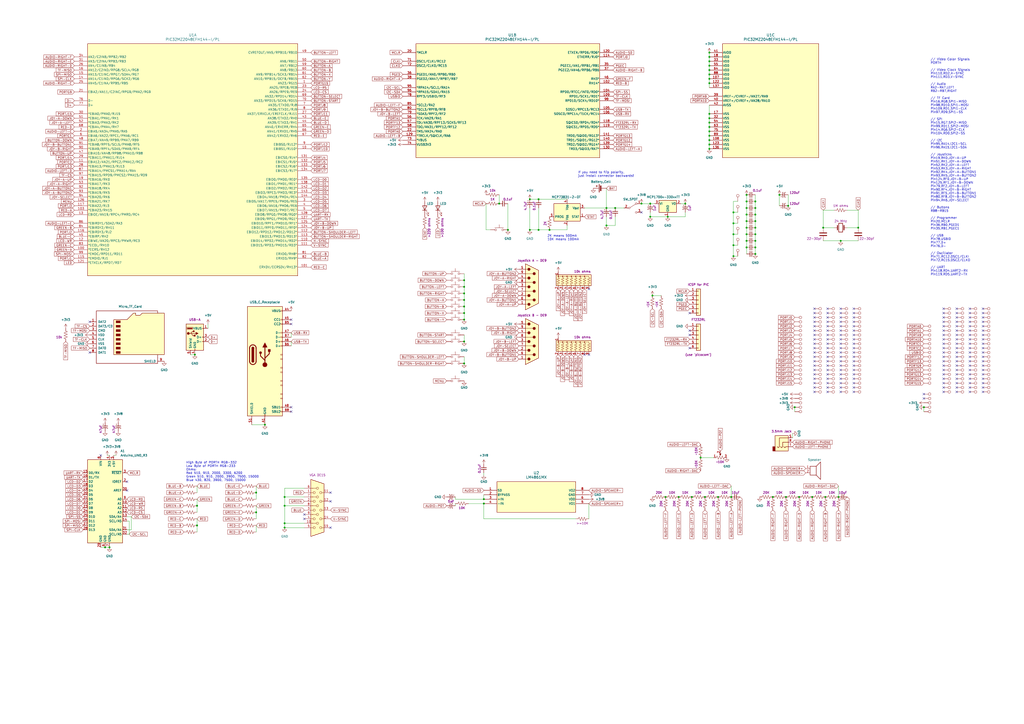
<source format=kicad_sch>
(kicad_sch (version 20230121) (generator eeschema)
  (paper "A2")
  (junction (at 148.59 297.18))
  (junction (at 433.07 113.03))
  (junction (at 433.07 128.27))
  (junction (at 425.45 148.59))
  (junction (at 312.42 115.57))
  (junction (at 438.15 128.27))
  (junction (at 351.79 130.81))
  (junction (at 411.48 78.74))
  (junction (at 433.07 132.08))
  (junction (at 477.52 132.08))
  (junction (at 411.48 81.28))
  (junction (at 411.48 71.12))
  (junction (at 356.87 120.65))
  (junction (at 425.45 142.24))
  (junction (at 433.07 143.51))
  (junction (at 425.45 135.89))
  (junction (at 411.48 35.56))
  (junction (at 433.07 120.65))
  (junction (at 438.15 135.89))
  (junction (at 471.17 288.29))
  (junction (at 114.3 293.37))
  (junction (at 411.48 30.48))
  (junction (at 438.15 143.51))
  (junction (at 411.48 83.82))
  (junction (at 269.24 181.61))
  (junction (at 63.5 317.5))
  (junction (at 448.31 288.29))
  (junction (at 411.48 86.36))
  (junction (at 478.79 288.29))
  (junction (at 416.56 288.29))
  (junction (at 411.48 68.58))
  (junction (at 165.1 303.53))
  (junction (at 377.19 118.11))
  (junction (at 269.24 162.56))
  (junction (at 401.32 288.29))
  (junction (at 411.48 33.02))
  (junction (at 269.24 173.99))
  (junction (at 351.79 120.65))
  (junction (at 487.68 139.7))
  (junction (at 411.48 40.64))
  (junction (at 386.08 288.29))
  (junction (at 486.41 288.29))
  (junction (at 165.1 293.37))
  (junction (at 457.2 119.38))
  (junction (at 438.15 124.46))
  (junction (at 452.12 113.03))
  (junction (at 294.64 133.35))
  (junction (at 438.15 116.84))
  (junction (at 411.48 66.04))
  (junction (at 312.42 133.35))
  (junction (at 411.48 73.66))
  (junction (at 411.48 48.26))
  (junction (at 433.07 135.89))
  (junction (at 153.67 246.38))
  (junction (at 497.84 132.08))
  (junction (at 438.15 120.65))
  (junction (at 280.67 289.56))
  (junction (at 165.1 306.07))
  (junction (at 269.24 185.42))
  (junction (at 280.67 292.1))
  (junction (at 433.07 139.7))
  (junction (at 455.93 288.29))
  (junction (at 408.94 288.29))
  (junction (at 377.19 125.73))
  (junction (at 60.96 317.5))
  (junction (at 289.56 118.11))
  (junction (at 433.07 116.84))
  (junction (at 438.15 132.08))
  (junction (at 425.45 129.54))
  (junction (at 318.77 133.35))
  (junction (at 307.34 133.35))
  (junction (at 433.07 124.46))
  (junction (at 378.46 171.45))
  (junction (at 411.48 43.18))
  (junction (at 424.18 288.29))
  (junction (at 461.01 236.22))
  (junction (at 393.7 288.29))
  (junction (at 397.51 118.11))
  (junction (at 438.15 147.32))
  (junction (at 438.15 139.7))
  (junction (at 406.4 265.43))
  (junction (at 269.24 210.82))
  (junction (at 269.24 198.12))
  (junction (at 372.11 118.11))
  (junction (at 411.48 76.2))
  (junction (at 148.59 285.75))
  (junction (at 165.1 288.29))
  (junction (at 387.35 125.73))
  (junction (at 411.48 45.72))
  (junction (at 113.03 205.74))
  (junction (at 463.55 288.29))
  (junction (at 411.48 38.1))
  (junction (at 269.24 166.37))
  (junction (at 114.3 304.8))
  (junction (at 425.45 123.19))
  (junction (at 307.34 115.57))
  (junction (at 535.94 236.22))
  (junction (at 269.24 170.18))
  (junction (at 269.24 177.8))
  (no_connect (at 480.06 207.01))
  (no_connect (at 472.44 222.25))
  (no_connect (at 487.68 227.33))
  (no_connect (at 487.68 204.47))
  (no_connect (at 570.23 186.69))
  (no_connect (at 480.06 181.61))
  (no_connect (at 495.3 181.61))
  (no_connect (at 472.44 194.31))
  (no_connect (at 472.44 217.17))
  (no_connect (at 495.3 186.69))
  (no_connect (at 547.37 209.55))
  (no_connect (at 52.07 204.47))
  (no_connect (at 562.61 186.69))
  (no_connect (at 570.23 219.71))
  (no_connect (at 472.44 181.61))
  (no_connect (at 487.68 191.77))
  (no_connect (at 495.3 222.25))
  (no_connect (at 487.68 199.39))
  (no_connect (at 554.99 209.55))
  (no_connect (at 547.37 222.25))
  (no_connect (at 554.99 214.63))
  (no_connect (at 562.61 196.85))
  (no_connect (at 547.37 224.79))
  (no_connect (at 554.99 222.25))
  (no_connect (at 554.99 224.79))
  (no_connect (at 487.68 207.01))
  (no_connect (at 472.44 196.85))
  (no_connect (at 176.53 300.99))
  (no_connect (at 562.61 204.47))
  (no_connect (at 191.77 285.75))
  (no_connect (at 554.99 184.15))
  (no_connect (at 480.06 217.17))
  (no_connect (at 554.99 204.47))
  (no_connect (at 554.99 186.69))
  (no_connect (at 547.37 214.63))
  (no_connect (at 495.3 217.17))
  (no_connect (at 472.44 186.69))
  (no_connect (at 562.61 184.15))
  (no_connect (at 547.37 196.85))
  (no_connect (at 191.77 306.07))
  (no_connect (at 495.3 189.23))
  (no_connect (at 562.61 191.77))
  (no_connect (at 472.44 184.15))
  (no_connect (at 480.06 196.85))
  (no_connect (at 570.23 184.15))
  (no_connect (at 570.23 204.47))
  (no_connect (at 495.3 191.77))
  (no_connect (at 480.06 227.33))
  (no_connect (at 480.06 224.79))
  (no_connect (at 472.44 199.39))
  (no_connect (at 341.63 167.64))
  (no_connect (at 487.68 222.25))
  (no_connect (at 487.68 214.63))
  (no_connect (at 487.68 224.79))
  (no_connect (at 547.37 186.69))
  (no_connect (at 191.77 290.83))
  (no_connect (at 472.44 209.55))
  (no_connect (at 562.61 181.61))
  (no_connect (at 495.3 184.15))
  (no_connect (at 480.06 201.93))
  (no_connect (at 554.99 194.31))
  (no_connect (at 495.3 196.85))
  (no_connect (at 52.07 186.69))
  (no_connect (at 400.05 201.93))
  (no_connect (at 495.3 179.07))
  (no_connect (at 547.37 189.23))
  (no_connect (at 168.91 236.22))
  (no_connect (at 487.68 212.09))
  (no_connect (at 547.37 217.17))
  (no_connect (at 495.3 214.63))
  (no_connect (at 472.44 219.71))
  (no_connect (at 554.99 207.01))
  (no_connect (at 487.68 189.23))
  (no_connect (at 570.23 181.61))
  (no_connect (at 554.99 196.85))
  (no_connect (at 547.37 179.07))
  (no_connect (at 472.44 227.33))
  (no_connect (at 562.61 179.07))
  (no_connect (at 547.37 199.39))
  (no_connect (at 487.68 196.85))
  (no_connect (at 495.3 209.55))
  (no_connect (at 372.11 123.19))
  (no_connect (at 480.06 204.47))
  (no_connect (at 480.06 212.09))
  (no_connect (at 554.99 217.17))
  (no_connect (at 487.68 186.69))
  (no_connect (at 554.99 191.77))
  (no_connect (at 472.44 201.93))
  (no_connect (at 400.05 181.61))
  (no_connect (at 480.06 186.69))
  (no_connect (at 562.61 227.33))
  (no_connect (at 535.94 228.6))
  (no_connect (at 400.05 191.77))
  (no_connect (at 480.06 222.25))
  (no_connect (at 562.61 222.25))
  (no_connect (at 168.91 238.76))
  (no_connect (at 570.23 196.85))
  (no_connect (at 341.63 205.74))
  (no_connect (at 562.61 207.01))
  (no_connect (at 547.37 201.93))
  (no_connect (at 480.06 199.39))
  (no_connect (at 570.23 194.31))
  (no_connect (at 535.94 231.14))
  (no_connect (at 562.61 209.55))
  (no_connect (at 495.3 204.47))
  (no_connect (at 562.61 212.09))
  (no_connect (at 472.44 191.77))
  (no_connect (at 480.06 194.31))
  (no_connect (at 480.06 179.07))
  (no_connect (at 562.61 189.23))
  (no_connect (at 547.37 191.77))
  (no_connect (at 487.68 179.07))
  (no_connect (at 562.61 201.93))
  (no_connect (at 495.3 224.79))
  (no_connect (at 400.05 194.31))
  (no_connect (at 487.68 201.93))
  (no_connect (at 547.37 181.61))
  (no_connect (at 547.37 212.09))
  (no_connect (at 495.3 212.09))
  (no_connect (at 472.44 204.47))
  (no_connect (at 73.66 279.4))
  (no_connect (at 547.37 204.47))
  (no_connect (at 570.23 227.33))
  (no_connect (at 547.37 219.71))
  (no_connect (at 554.99 227.33))
  (no_connect (at 570.23 214.63))
  (no_connect (at 472.44 189.23))
  (no_connect (at 495.3 199.39))
  (no_connect (at 570.23 207.01))
  (no_connect (at 472.44 212.09))
  (no_connect (at 547.37 184.15))
  (no_connect (at 562.61 214.63))
  (no_connect (at 570.23 191.77))
  (no_connect (at 570.23 209.55))
  (no_connect (at 480.06 189.23))
  (no_connect (at 472.44 207.01))
  (no_connect (at 554.99 199.39))
  (no_connect (at 73.66 284.48))
  (no_connect (at 495.3 219.71))
  (no_connect (at 472.44 224.79))
  (no_connect (at 487.68 217.17))
  (no_connect (at 547.37 227.33))
  (no_connect (at 58.42 264.16))
  (no_connect (at 570.23 217.17))
  (no_connect (at 562.61 199.39))
  (no_connect (at 570.23 212.09))
  (no_connect (at 495.3 194.31))
  (no_connect (at 339.09 205.74))
  (no_connect (at 547.37 207.01))
  (no_connect (at 480.06 214.63))
  (no_connect (at 554.99 189.23))
  (no_connect (at 480.06 191.77))
  (no_connect (at 554.99 201.93))
  (no_connect (at 472.44 179.07))
  (no_connect (at 562.61 217.17))
  (no_connect (at 562.61 219.71))
  (no_connect (at 570.23 224.79))
  (no_connect (at 547.37 194.31))
  (no_connect (at 554.99 179.07))
  (no_connect (at 487.68 219.71))
  (no_connect (at 554.99 212.09))
  (no_connect (at 168.91 185.42))
  (no_connect (at 495.3 227.33))
  (no_connect (at 495.3 201.93))
  (no_connect (at 570.23 189.23))
  (no_connect (at 554.99 181.61))
  (no_connect (at 570.23 179.07))
  (no_connect (at 472.44 214.63))
  (no_connect (at 487.68 209.55))
  (no_connect (at 562.61 224.79))
  (no_connect (at 176.53 298.45))
  (no_connect (at 554.99 219.71))
  (no_connect (at 168.91 187.96))
  (no_connect (at 487.68 184.15))
  (no_connect (at 480.06 219.71))
  (no_connect (at 480.06 184.15))
  (no_connect (at 495.3 207.01))
  (no_connect (at 480.06 209.55))
  (no_connect (at 570.23 201.93))
  (no_connect (at 570.23 199.39))
  (no_connect (at 570.23 222.25))
  (no_connect (at 487.68 181.61))
  (no_connect (at 562.61 194.31))
  (no_connect (at 487.68 194.31))
  (wire (pts (xy 497.84 132.08) (xy 491.49 132.08)))
  (wire (pts (xy 60.96 317.5) (xy 63.5 317.5)))
  (wire (pts (xy 438.15 116.84) (xy 438.15 120.65)))
  (wire (pts (xy 341.63 292.1) (xy 341.63 300.99)))
  (wire (pts (xy 264.16 292.1) (xy 264.16 293.37)))
  (wire (pts (xy 76.2 307.34) (xy 76.2 299.72)))
  (wire (pts (xy 425.45 116.84) (xy 425.45 123.19)))
  (wire (pts (xy 264.16 289.56) (xy 280.67 289.56)))
  (wire (pts (xy 280.67 300.99) (xy 280.67 292.1)))
  (wire (pts (xy 318.77 133.35) (xy 328.93 133.35)))
  (wire (pts (xy 425.45 123.19) (xy 425.45 129.54)))
  (wire (pts (xy 269.24 162.56) (xy 269.24 166.37)))
  (wire (pts (xy 165.1 288.29) (xy 176.53 288.29)))
  (wire (pts (xy 425.45 142.24) (xy 427.99 142.24)))
  (wire (pts (xy 438.15 132.08) (xy 438.15 135.89)))
  (wire (pts (xy 269.24 170.18) (xy 269.24 173.99)))
  (wire (pts (xy 394.97 118.11) (xy 397.51 118.11)))
  (wire (pts (xy 487.68 139.7) (xy 497.84 139.7)))
  (wire (pts (xy 411.48 30.48) (xy 411.48 33.02)))
  (wire (pts (xy 438.15 124.46) (xy 438.15 128.27)))
  (wire (pts (xy 74.93 302.26) (xy 74.93 309.88)))
  (wire (pts (xy 307.34 133.35) (xy 307.34 120.65)))
  (wire (pts (xy 457.2 113.03) (xy 457.2 119.38)))
  (wire (pts (xy 280.67 287.02) (xy 280.67 289.56)))
  (wire (pts (xy 67.31 264.16) (xy 66.04 264.16)))
  (wire (pts (xy 281.94 133.35) (xy 284.48 133.35)))
  (wire (pts (xy 60.96 317.5) (xy 58.42 317.5)))
  (wire (pts (xy 312.42 115.57) (xy 328.93 115.57)))
  (wire (pts (xy 377.19 118.11) (xy 379.73 118.11)))
  (wire (pts (xy 425.45 148.59) (xy 427.99 148.59)))
  (wire (pts (xy 411.48 35.56) (xy 411.48 38.1)))
  (wire (pts (xy 269.24 194.31) (xy 269.24 198.12)))
  (wire (pts (xy 264.16 288.29) (xy 264.16 289.56)))
  (wire (pts (xy 165.1 293.37) (xy 165.1 288.29)))
  (wire (pts (xy 411.48 76.2) (xy 411.48 73.66)))
  (wire (pts (xy 461.01 236.22) (xy 461.01 238.76)))
  (wire (pts (xy 433.07 116.84) (xy 433.07 120.65)))
  (wire (pts (xy 411.48 45.72) (xy 411.48 48.26)))
  (wire (pts (xy 424.18 281.94) (xy 424.18 288.29)))
  (wire (pts (xy 433.07 139.7) (xy 433.07 143.51)))
  (wire (pts (xy 411.48 83.82) (xy 411.48 81.28)))
  (wire (pts (xy 452.12 113.03) (xy 452.12 119.38)))
  (wire (pts (xy 425.45 135.89) (xy 425.45 142.24)))
  (wire (pts (xy 114.3 293.37) (xy 114.3 297.18)))
  (wire (pts (xy 406.4 265.43) (xy 414.02 265.43)))
  (wire (pts (xy 351.79 120.65) (xy 356.87 120.65)))
  (wire (pts (xy 114.3 289.56) (xy 114.3 293.37)))
  (wire (pts (xy 411.48 38.1) (xy 411.48 40.64)))
  (wire (pts (xy 411.48 68.58) (xy 411.48 66.04)))
  (wire (pts (xy 383.54 171.45) (xy 378.46 171.45)))
  (wire (pts (xy 486.41 281.94) (xy 486.41 288.29)))
  (wire (pts (xy 110.49 205.74) (xy 113.03 205.74)))
  (wire (pts (xy 148.59 304.8) (xy 148.59 308.61)))
  (wire (pts (xy 168.91 198.12) (xy 168.91 200.66)))
  (wire (pts (xy 312.42 133.35) (xy 318.77 133.35)))
  (wire (pts (xy 477.52 121.92) (xy 477.52 132.08)))
  (wire (pts (xy 114.3 281.94) (xy 114.3 285.75)))
  (wire (pts (xy 433.07 135.89) (xy 433.07 139.7)))
  (wire (pts (xy 438.15 135.89) (xy 438.15 139.7)))
  (wire (pts (xy 269.24 210.82) (xy 269.24 207.01)))
  (wire (pts (xy 148.59 297.18) (xy 148.59 300.99)))
  (wire (pts (xy 433.07 113.03) (xy 433.07 116.84)))
  (wire (pts (xy 307.34 115.57) (xy 312.42 115.57)))
  (wire (pts (xy 269.24 177.8) (xy 269.24 181.61)))
  (wire (pts (xy 114.3 304.8) (xy 114.3 308.61)))
  (wire (pts (xy 411.48 40.64) (xy 411.48 43.18)))
  (wire (pts (xy 351.79 109.22) (xy 351.79 120.65)))
  (wire (pts (xy 397.51 123.19) (xy 397.51 125.73)))
  (wire (pts (xy 433.07 120.65) (xy 433.07 124.46)))
  (wire (pts (xy 491.49 121.92) (xy 497.84 121.92)))
  (wire (pts (xy 411.48 43.18) (xy 411.48 45.72)))
  (wire (pts (xy 114.3 300.99) (xy 114.3 304.8)))
  (wire (pts (xy 438.15 128.27) (xy 438.15 132.08)))
  (wire (pts (xy 411.48 73.66) (xy 411.48 71.12)))
  (wire (pts (xy 73.66 302.26) (xy 74.93 302.26)))
  (wire (pts (xy 477.52 139.7) (xy 487.68 139.7)))
  (wire (pts (xy 165.1 306.07) (xy 165.1 303.53)))
  (wire (pts (xy 271.78 292.1) (xy 280.67 292.1)))
  (wire (pts (xy 497.84 121.92) (xy 497.84 132.08)))
  (wire (pts (xy 535.94 236.22) (xy 535.94 238.76)))
  (wire (pts (xy 165.1 303.53) (xy 176.53 303.53)))
  (wire (pts (xy 148.59 285.75) (xy 148.59 289.56)))
  (wire (pts (xy 62.23 264.16) (xy 63.5 264.16)))
  (wire (pts (xy 427.99 116.84) (xy 425.45 116.84)))
  (wire (pts (xy 477.52 121.92) (xy 483.87 121.92)))
  (wire (pts (xy 356.87 120.65) (xy 361.95 120.65)))
  (wire (pts (xy 281.94 118.11) (xy 281.94 133.35)))
  (wire (pts (xy 351.79 125.73) (xy 351.79 130.81)))
  (wire (pts (xy 438.15 147.32) (xy 438.15 143.51)))
  (wire (pts (xy 165.1 283.21) (xy 176.53 283.21)))
  (wire (pts (xy 377.19 125.73) (xy 387.35 125.73)))
  (wire (pts (xy 411.48 60.96) (xy 411.48 66.04)))
  (wire (pts (xy 73.66 299.72) (xy 76.2 299.72)))
  (wire (pts (xy 411.48 78.74) (xy 411.48 76.2)))
  (wire (pts (xy 425.45 129.54) (xy 427.99 129.54)))
  (wire (pts (xy 356.87 130.81) (xy 351.79 130.81)))
  (wire (pts (xy 411.48 33.02) (xy 411.48 35.56)))
  (wire (pts (xy 425.45 135.89) (xy 427.99 135.89)))
  (wire (pts (xy 372.11 118.11) (xy 377.19 118.11)))
  (wire (pts (xy 153.67 246.38) (xy 146.05 246.38)))
  (wire (pts (xy 411.48 81.28) (xy 411.48 78.74)))
  (wire (pts (xy 411.48 48.26) (xy 411.48 50.8)))
  (wire (pts (xy 438.15 113.03) (xy 438.15 116.84)))
  (wire (pts (xy 433.07 124.46) (xy 433.07 128.27)))
  (wire (pts (xy 438.15 120.65) (xy 438.15 124.46)))
  (wire (pts (xy 307.34 133.35) (xy 312.42 133.35)))
  (wire (pts (xy 73.66 307.34) (xy 76.2 307.34)))
  (wire (pts (xy 425.45 142.24) (xy 425.45 148.59)))
  (wire (pts (xy 269.24 158.75) (xy 269.24 162.56)))
  (wire (pts (xy 425.45 129.54) (xy 425.45 135.89)))
  (wire (pts (xy 148.59 281.94) (xy 148.59 285.75)))
  (wire (pts (xy 120.65 187.96) (xy 120.65 190.5)))
  (wire (pts (xy 312.42 120.65) (xy 312.42 133.35)))
  (wire (pts (xy 328.93 130.81) (xy 328.93 133.35)))
  (wire (pts (xy 269.24 173.99) (xy 269.24 177.8)))
  (wire (pts (xy 433.07 132.08) (xy 433.07 135.89)))
  (wire (pts (xy 73.66 309.88) (xy 74.93 309.88)))
  (wire (pts (xy 165.1 288.29) (xy 165.1 283.21)))
  (wire (pts (xy 334.01 300.99) (xy 280.67 300.99)))
  (wire (pts (xy 397.51 125.73) (xy 387.35 125.73)))
  (wire (pts (xy 280.67 275.59) (xy 280.67 274.32)))
  (wire (pts (xy 411.48 71.12) (xy 411.48 68.58)))
  (wire (pts (xy 339.09 120.65) (xy 351.79 120.65)))
  (wire (pts (xy 377.19 125.73) (xy 377.19 123.19)))
  (wire (pts (xy 477.52 132.08) (xy 483.87 132.08)))
  (wire (pts (xy 148.59 293.37) (xy 148.59 297.18)))
  (wire (pts (xy 165.1 303.53) (xy 165.1 293.37)))
  (wire (pts (xy 425.45 123.19) (xy 427.99 123.19)))
  (wire (pts (xy 433.07 128.27) (xy 433.07 132.08)))
  (wire (pts (xy 289.56 113.03) (xy 289.56 118.11)))
  (wire (pts (xy 269.24 166.37) (xy 269.24 170.18)))
  (wire (pts (xy 411.48 86.36) (xy 411.48 83.82)))
  (wire (pts (xy 269.24 181.61) (xy 269.24 185.42)))
  (wire (pts (xy 438.15 139.7) (xy 438.15 143.51)))
  (wire (pts (xy 294.64 118.11) (xy 294.64 133.35)))
  (wire (pts (xy 433.07 143.51) (xy 433.07 147.32)))
  (wire (pts (xy 459.74 251.46) (xy 459.74 254)))
  (wire (pts (xy 165.1 293.37) (xy 176.53 293.37)))
  (wire (pts (xy 356.87 125.73) (xy 356.87 130.81)))
  (wire (pts (xy 165.1 306.07) (xy 176.53 306.07)))
  (wire (pts (xy 168.91 193.04) (xy 168.91 195.58)))
  (text "If you need to flip polarity,\njust install connector backwards!" (at 335.28 102.87 0) (effects (font (size 1.27 1.27)) (justify left bottom)))
  (text "// Video Color Signals\nPORTH\n\n// Video Clock Signals\nPin110,RD2,H-SYNC\nPin111,RD3,V-SYNC\n\n// Audio\nRA2-RA7,LEFT\nRB2-RB7,RIGHT\n\n// TF Card\nPin16,RG8,SPI1-MISO\nPin98,RD10,SPI1-MOSI\nPin109,RD1,SPI1-CLK\nPin97,RD9,SPI1-SS\n\n// SPI\nPin15,RG7,SPI2-MISO\nPin99,RD11,SPI2-MOSI\nPin14,RG6,SPI2-CLK\nPin104,RD0,SPI2-SS\n\n// I2C\nPin95,RA14,I2C1-SCL\nPin96,RA15,I2C1-SDA\n\n// Joysticks\nPin19,RK0,JOY-A-UP\nPin51,RK1,JOY-A-DOWN\nPin52,RK2,JOY-A-LEFT\nPin53,RK3,JOY-A-RIGHT\nPin92,RK4,JOY-A-BUTTON1\nPin93,RK5,JOY-A-BUTTON2\nPin124,RF0,JOY-B-UP\nPin125,RF1,JOY-B-DOWN\nPin79,RF2,JOY-B-LEFT\nPin90,RF4,JOY-B-RIGHT\nPin91,RF5,JOY-B-BUTTON1\nPin80,RF8,JOY-B-BUTTON2\nPin94,RK6,JOY-SELECT\n\n// Buttons\nRB8-RB15\n\n// Programmer\nPin20,MCLR\nPin36,RB0,PGED1\nPin35,RB1,PGEC1\n\n// USB\nPin78,USBID\nPin77,D+\nPin76,D-\n\n// Oscillator\nPin71,RC12,OSC1/CLKI\nPin72,RC15,OSC2/CLKO\n\n// UART\nPin118,RD4,UART2-RX\nPin119,RD5,UART2-TX\n" (at 539.75 160.02 0) (effects (font (size 1.27 1.27)) (justify left bottom)))
  (text "High Byte of PORTH RGB-332\nLow Byte of PORTH RGB-233\nOhms:\nRed 510, 910, 2000, 3300, 6200\nGreen 510, 910, 2000, 3900, 7500, 15000\nBlue 430, 820, 3900, 7500, 15000" (at 107.95 279.4 0) (effects (font (size 1.27 1.27)) (justify left bottom)))
  (text "2K means 500mA\n10K means 100mA" (at 317.5 139.7 0) (effects (font (size 1.27 1.27)) (justify left bottom)))
  (global_label "BLUE-C" (shape input) (at 43.18 137.16 180) (property "Intersheetrefs" "${INTERSHEET_REFS}" (effects hide)))
  (global_label "PORTC2" (shape input) (at 43.18 93.98 180) (property "Intersheetrefs" "${INTERSHEET_REFS}" (effects hide)))
  (global_label "PORTG12" (shape input) (at 535.94 214.63 180) (property "Intersheetrefs" "${INTERSHEET_REFS}" (effects hide)))
  (global_label "PORTJ7" (shape input) (at 180.34 99.06 0) (property "Intersheetrefs" "${INTERSHEET_REFS}" (effects hide)))
  (global_label "LCD-D6" (shape input) (at 180.34 119.38 0) (property "Intersheetrefs" "${INTERSHEET_REFS}" (effects hide)))
  (global_label "UART-TX" (shape input) (at 48.26 276.86 180) (property "Intersheetrefs" "${INTERSHEET_REFS}" (effects hide)))
  (global_label "AUDIO-RIGHT-PHONE" (shape input) (at 459.74 256.54 0) (property "Intersheetrefs" "${INTERSHEET_REFS}" (effects hide)))
  (global_label "JOY-B-RIGHT" (shape input) (at 43.18 86.36 180) (property "Intersheetrefs" "${INTERSHEET_REFS}" (effects hide)))
  (global_label "JOY-B-BUTTON2" (shape input) (at 233.68 63.5 180) (property "Intersheetrefs" "${INTERSHEET_REFS}" (effects hide)))
  (global_label "BUTTON-SHOULDER-RIGHT" (shape input) (at 180.34 137.16 0) (property "Intersheetrefs" "${INTERSHEET_REFS}" (effects hide)))
  (global_label "JOY-B-BUTTON1" (shape input) (at 43.18 83.82 180) (property "Intersheetrefs" "${INTERSHEET_REFS}" (effects hide)))
  (global_label "AUDIO-RIGHT-DAC" (shape input) (at 406.4 273.05 180) (property "Intersheetrefs" "${INTERSHEET_REFS}" (effects hide)))
  (global_label "JOY-B-UP" (shape input) (at 180.34 132.08 0) (property "Intersheetrefs" "${INTERSHEET_REFS}" (effects hide)))
  (global_label "BUTTON-A" (shape input) (at 180.34 38.1 0) (property "Intersheetrefs" "${INTERSHEET_REFS}" (effects hide)))
  (global_label "GREEN-F" (shape input) (at 355.6 45.72 0) (property "Intersheetrefs" "${INTERSHEET_REFS}" (effects hide)))
  (global_label "AUDIO-POT" (shape input) (at 417.83 261.62 90) (property "Intersheetrefs" "${INTERSHEET_REFS}" (effects hide)))
  (global_label "SPI-MOSI" (shape input) (at 43.18 147.32 180) (property "Intersheetrefs" "${INTERSHEET_REFS}" (effects hide)))
  (global_label "JOY-A-UP" (shape input) (at 43.18 104.14 180) (property "Intersheetrefs" "${INTERSHEET_REFS}" (effects hide)))
  (global_label "PORTA10" (shape input) (at 535.94 196.85 180) (property "Intersheetrefs" "${INTERSHEET_REFS}" (effects hide)))
  (global_label "PORTA10" (shape input) (at 411.48 58.42 180) (property "Intersheetrefs" "${INTERSHEET_REFS}" (effects hide)))
  (global_label "BLUE-A" (shape input) (at 106.68 285.75 180) (property "Intersheetrefs" "${INTERSHEET_REFS}" (effects hide)))
  (global_label "LCD-CS" (shape input) (at 73.66 297.18 0) (property "Intersheetrefs" "${INTERSHEET_REFS}" (effects hide)))
  (global_label "AUDIO-RIGHT-B" (shape input) (at 478.79 295.91 270) (property "Intersheetrefs" "${INTERSHEET_REFS}" (effects hide)))
  (global_label "PGED" (shape input) (at 400.05 176.53 180) (property "Intersheetrefs" "${INTERSHEET_REFS}" (effects hide)))
  (global_label "PORTA1" (shape input) (at 233.68 68.58 180) (property "Intersheetrefs" "${INTERSHEET_REFS}" (effects hide)))
  (global_label "CLKI" (shape input) (at 477.52 121.92 90) (property "Intersheetrefs" "${INTERSHEET_REFS}" (effects hide)))
  (global_label "JOY-A-DOWN" (shape input) (at 300.99 171.45 180) (property "Intersheetrefs" "${INTERSHEET_REFS}" (effects hide)))
  (global_label "MCLR" (shape input) (at 73.66 274.32 0) (property "Intersheetrefs" "${INTERSHEET_REFS}" (effects hide)))
  (global_label "FT232RL-RX" (shape input) (at 355.6 71.12 0) (property "Intersheetrefs" "${INTERSHEET_REFS}" (effects hide)))
  (global_label "USB-RX" (shape input) (at 168.91 193.04 0) (property "Intersheetrefs" "${INTERSHEET_REFS}" (effects hide)))
  (global_label "MENU" (shape input) (at 259.08 220.98 180) (property "Intersheetrefs" "${INTERSHEET_REFS}" (effects hide)))
  (global_label "JOY-A-BUTTON2" (shape input) (at 336.55 167.64 270) (property "Intersheetrefs" "${INTERSHEET_REFS}" (effects hide)))
  (global_label "BUTTON-RIGHT" (shape input) (at 259.08 170.18 180) (property "Intersheetrefs" "${INTERSHEET_REFS}" (effects hide)))
  (global_label "PORTA9" (shape input) (at 535.94 194.31 180) (property "Intersheetrefs" "${INTERSHEET_REFS}" (effects hide)))
  (global_label "LCD-D0" (shape input) (at 180.34 104.14 0) (property "Intersheetrefs" "${INTERSHEET_REFS}" (effects hide)))
  (global_label "BUTTON-UP" (shape input) (at 259.08 158.75 180) (property "Intersheetrefs" "${INTERSHEET_REFS}" (effects hide)))
  (global_label "PORTJ3" (shape input) (at 461.01 191.77 180) (property "Intersheetrefs" "${INTERSHEET_REFS}" (effects hide)))
  (global_label "JOY-SELECT" (shape input) (at 300.99 168.91 180) (property "Intersheetrefs" "${INTERSHEET_REFS}" (effects hide)))
  (global_label "RED" (shape input) (at 148.59 304.8 0) (property "Intersheetrefs" "${INTERSHEET_REFS}" (effects hide)))
  (global_label "GREEN" (shape input) (at 148.59 293.37 0) (property "Intersheetrefs" "${INTERSHEET_REFS}" (effects hide)))
  (global_label "BUTTON-DOWN" (shape input) (at 43.18 81.28 180) (property "Intersheetrefs" "${INTERSHEET_REFS}" (effects hide)))
  (global_label "V-SYNC" (shape input) (at 191.77 300.99 0) (property "Intersheetrefs" "${INTERSHEET_REFS}" (effects hide)))
  (global_label "LCD-D3" (shape input) (at 48.26 281.94 180) (property "Intersheetrefs" "${INTERSHEET_REFS}" (effects hide)))
  (global_label "PORTA1" (shape input) (at 535.94 191.77 180) (property "Intersheetrefs" "${INTERSHEET_REFS}" (effects hide)))
  (global_label "PORTG9" (shape input) (at 535.94 212.09 180) (property "Intersheetrefs" "${INTERSHEET_REFS}" (effects hide)))
  (global_label "RED-B" (shape input) (at 355.6 48.26 0) (property "Intersheetrefs" "${INTERSHEET_REFS}" (effects hide)))
  (global_label "PORTJ13" (shape input) (at 461.01 217.17 180) (property "Intersheetrefs" "${INTERSHEET_REFS}" (effects hide)))
  (global_label "I2C-SCL" (shape input) (at 233.68 50.8 180) (property "Intersheetrefs" "${INTERSHEET_REFS}" (effects hide)))
  (global_label "I2C-SDA" (shape input) (at 233.68 53.34 180) (property "Intersheetrefs" "${INTERSHEET_REFS}" (effects hide)))
  (global_label "LCD-D2" (shape input) (at 180.34 109.22 0) (property "Intersheetrefs" "${INTERSHEET_REFS}" (effects hide)))
  (global_label "GREEN-E" (shape input) (at 180.34 73.66 0) (property "Intersheetrefs" "${INTERSHEET_REFS}" (effects hide)))
  (global_label "JOY-B-DOWN" (shape input) (at 180.34 129.54 0) (property "Intersheetrefs" "${INTERSHEET_REFS}" (effects hide)))
  (global_label "LCD-D1" (shape input) (at 180.34 106.68 0) (property "Intersheetrefs" "${INTERSHEET_REFS}" (effects hide)))
  (global_label "BUTTON-SELECT" (shape input) (at 180.34 55.88 0) (property "Intersheetrefs" "${INTERSHEET_REFS}" (effects hide)))
  (global_label "GREEN" (shape input) (at 176.53 290.83 180) (property "Intersheetrefs" "${INTERSHEET_REFS}" (effects hide)))
  (global_label "PORTF13" (shape input) (at 535.94 209.55 180) (property "Intersheetrefs" "${INTERSHEET_REFS}" (effects hide)))
  (global_label "PORTJ4" (shape input) (at 461.01 194.31 180) (property "Intersheetrefs" "${INTERSHEET_REFS}" (effects hide)))
  (global_label "BUTTON-START" (shape input) (at 259.08 194.31 180) (property "Intersheetrefs" "${INTERSHEET_REFS}" (effects hide)))
  (global_label "AUDIO-LEFT-DAC" (shape input) (at 424.18 281.94 180) (property "Intersheetrefs" "${INTERSHEET_REFS}" (effects hide)))
  (global_label "LCD-D7" (shape input) (at 180.34 121.92 0) (property "Intersheetrefs" "${INTERSHEET_REFS}" (effects hide)))
  (global_label "PORTF12" (shape input) (at 535.94 207.01 180) (property "Intersheetrefs" "${INTERSHEET_REFS}" (effects hide)))
  (global_label "SPI-MISO" (shape input) (at 48.26 304.8 180) (property "Intersheetrefs" "${INTERSHEET_REFS}" (effects hide)))
  (global_label "JOY-A-UP" (shape input) (at 323.85 167.64 270) (property "Intersheetrefs" "${INTERSHEET_REFS}" (effects hide)))
  (global_label "LCD-D2" (shape input) (at 48.26 279.4 180) (property "Intersheetrefs" "${INTERSHEET_REFS}" (effects hide)))
  (global_label "PORTJ15" (shape input) (at 43.18 66.04 180) (property "Intersheetrefs" "${INTERSHEET_REFS}" (effects hide)))
  (global_label "BUTTON-B" (shape input) (at 259.08 177.8 180) (property "Intersheetrefs" "${INTERSHEET_REFS}" (effects hide)))
  (global_label "JOY-A-BUTTON1" (shape input) (at 43.18 109.22 180) (property "Intersheetrefs" "${INTERSHEET_REFS}" (effects hide)))
  (global_label "JOY-A-RIGHT" (shape input) (at 300.99 161.29 180) (property "Intersheetrefs" "${INTERSHEET_REFS}" (effects hide)))
  (global_label "PORTC1" (shape input) (at 43.18 78.74 180) (property "Intersheetrefs" "${INTERSHEET_REFS}" (effects hide)))
  (global_label "LCD-WR" (shape input) (at 73.66 292.1 0) (property "Intersheetrefs" "${INTERSHEET_REFS}" (effects hide)))
  (global_label "PORTJ9" (shape input) (at 180.34 63.5 0) (property "Intersheetrefs" "${INTERSHEET_REFS}" (effects hide)))
  (global_label "AUDIO-RIGHT-B" (shape input) (at 355.6 40.64 0) (property "Intersheetrefs" "${INTERSHEET_REFS}" (effects hide)))
  (global_label "JOY-A-DOWN" (shape input) (at 43.18 68.58 180) (property "Intersheetrefs" "${INTERSHEET_REFS}" (effects hide)))
  (global_label "RED-A" (shape input) (at 106.68 308.61 180) (property "Intersheetrefs" "${INTERSHEET_REFS}" (effects hide)))
  (global_label "BUTTON-X" (shape input) (at 180.34 43.18 0) (property "Intersheetrefs" "${INTERSHEET_REFS}" (effects hide)))
  (global_label "PORTJ11" (shape input) (at 180.34 66.04 0) (property "Intersheetrefs" "${INTERSHEET_REFS}" (effects hide)))
  (global_label "LCD-D3" (shape input) (at 180.34 111.76 0) (property "Intersheetrefs" "${INTERSHEET_REFS}" (effects hide)))
  (global_label "USBID" (shape input) (at 233.68 55.88 180) (property "Intersheetrefs" "${INTERSHEET_REFS}" (effects hide)))
  (global_label "BAT" (shape input) (at 351.79 109.22 0) (property "Intersheetrefs" "${INTERSHEET_REFS}" (effects hide)))
  (global_label "JOY-B-BUTTON2" (shape input) (at 300.99 190.5 180) (property "Intersheetrefs" "${INTERSHEET_REFS}" (effects hide)))
  (global_label "PORTJ8" (shape input) (at 461.01 204.47 180) (property "Intersheetrefs" "${INTERSHEET_REFS}" (effects hide)))
  (global_label "TF-MOSI" (shape input) (at 52.07 191.77 180) (property "Intersheetrefs" "${INTERSHEET_REFS}" (effects hide)))
  (global_label "GREEN-E" (shape input) (at 140.97 297.18 180) (property "Intersheetrefs" "${INTERSHEET_REFS}" (effects hide)))
  (global_label "RED" (shape input) (at 114.3 300.99 0) (property "Intersheetrefs" "${INTERSHEET_REFS}" (effects hide)))
  (global_label "PORTJ6" (shape input) (at 180.34 96.52 0) (property "Intersheetrefs" "${INTERSHEET_REFS}" (effects hide)))
  (global_label "TF-CS" (shape input) (at 52.07 189.23 180) (property "Intersheetrefs" "${INTERSHEET_REFS}" (effects hide)))
  (global_label "PORTA9" (shape input) (at 411.48 55.88 180) (property "Intersheetrefs" "${INTERSHEET_REFS}" (effects hide)))
  (global_label "AUDIO-LEFT-B" (shape input) (at 416.56 295.91 270) (property "Intersheetrefs" "${INTERSHEET_REFS}" (effects hide)))
  (global_label "AUDIO-RIGHT-E" (shape input) (at 43.18 35.56 180) (property "Intersheetrefs" "${INTERSHEET_REFS}" (effects hide)))
  (global_label "H-SYNC" (shape input) (at 191.77 295.91 0) (property "Intersheetrefs" "${INTERSHEET_REFS}" (effects hide)))
  (global_label "JOY-B-UP" (shape input) (at 323.85 205.74 270) (property "Intersheetrefs" "${INTERSHEET_REFS}" (effects hide)))
  (global_label "PORTF12" (shape input) (at 233.68 73.66 180) (property "Intersheetrefs" "${INTERSHEET_REFS}" (effects hide)))
  (global_label "PORTJ1" (shape input) (at 461.01 186.69 180) (property "Intersheetrefs" "${INTERSHEET_REFS}" (effects hide)))
  (global_label "MCLR" (shape input) (at 281.94 118.11 180) (property "Intersheetrefs" "${INTERSHEET_REFS}" (effects hide)))
  (global_label "PORTJ6" (shape input) (at 461.01 199.39 180) (property "Intersheetrefs" "${INTERSHEET_REFS}" (effects hide)))
  (global_label "JOY-B-UP" (shape input) (at 300.99 208.28 180) (property "Intersheetrefs" "${INTERSHEET_REFS}" (effects hide)))
  (global_label "MCLR" (shape input) (at 400.05 168.91 180) (property "Intersheetrefs" "${INTERSHEET_REFS}" (effects hide)))
  (global_label "I2C-SCL" (shape input) (at 74.93 309.88 0) (property "Intersheetrefs" "${INTERSHEET_REFS}" (effects hide)))
  (global_label "GREEN-C" (shape input) (at 106.68 289.56 180) (property "Intersheetrefs" "${INTERSHEET_REFS}" (effects hide)))
  (global_label "JOY-SELECT" (shape input) (at 300.99 200.66 180) (property "Intersheetrefs" "${INTERSHEET_REFS}" (effects hide)))
  (global_label "PORTJ12" (shape input) (at 180.34 83.82 0) (property "Intersheetrefs" "${INTERSHEET_REFS}" (effects hide)))
  (global_label "JOY-SELECT" (shape input) (at 43.18 114.3 180) (property "Intersheetrefs" "${INTERSHEET_REFS}" (effects hide)))
  (global_label "PORTG13" (shape input) (at 535.94 217.17 180) (property "Intersheetrefs" "${INTERSHEET_REFS}" (effects hide)))
  (global_label "GREEN-B" (shape input) (at 43.18 132.08 180) (property "Intersheetrefs" "${INTERSHEET_REFS}" (effects hide)))
  (global_label "BLUE-B" (shape input) (at 180.34 147.32 0) (property "Intersheetrefs" "${INTERSHEET_REFS}" (effects hide)))
  (global_label "LCD-WR" (shape input) (at 43.18 139.7 180) (property "Intersheetrefs" "${INTERSHEET_REFS}" (effects hide)))
  (global_label "BUTTON-SHOULDER-LEFT" (shape input) (at 259.08 207.01 180) (property "Intersheetrefs" "${INTERSHEET_REFS}" (effects hide)))
  (global_label "PORTG14" (shape input) (at 355.6 83.82 0) (property "Intersheetrefs" "${INTERSHEET_REFS}" (effects hide)))
  (global_label "PORTG14" (shape input) (at 535.94 219.71 180) (property "Intersheetrefs" "${INTERSHEET_REFS}" (effects hide)))
  (global_label "JOY-A-UP" (shape input) (at 300.99 176.53 180) (property "Intersheetrefs" "${INTERSHEET_REFS}" (effects hide)))
  (global_label "PORTJ2" (shape input) (at 43.18 134.62 180) (property "Intersheetrefs" "${INTERSHEET_REFS}" (effects hide)))
  (global_label "GREEN-C" (shape input) (at 43.18 142.24 180) (property "Intersheetrefs" "${INTERSHEET_REFS}" (effects hide)))
  (global_label "JOY-A-RIGHT" (shape input) (at 43.18 106.68 180) (property "Intersheetrefs" "${INTERSHEET_REFS}" (effects hide)))
  (global_label "JOY-B-LEFT" (shape input) (at 300.99 198.12 180) (property "Intersheetrefs" "${INTERSHEET_REFS}" (effects hide)))
  (global_label "LCD-RD" (shape input) (at 43.18 124.46 180) (property "Intersheetrefs" "${INTERSHEET_REFS}" (effects hide)))
  (global_label "D-" (shape input) (at 120.65 198.12 0) (property "Intersheetrefs" "${INTERSHEET_REFS}" (effects hide)))
  (global_label "TF-MISO" (shape input) (at 52.07 201.93 180) (property "Intersheetrefs" "${INTERSHEET_REFS}" (effects hide)))
  (global_label "LCD-D1" (shape input) (at 48.26 297.18 180) (property "Intersheetrefs" "${INTERSHEET_REFS}" (effects hide)))
  (global_label "SPI-CLK" (shape input) (at 48.26 307.34 180) (property "Intersheetrefs" "${INTERSHEET_REFS}" (effects hide)))
  (global_label "BUTTON-START" (shape input) (at 180.34 58.42 0) (property "Intersheetrefs" "${INTERSHEET_REFS}" (effects hide)))
  (global_label "SPI-CLK" (shape input) (at 43.18 45.72 180) (property "Intersheetrefs" "${INTERSHEET_REFS}" (effects hide)))
  (global_label "LCD-D7" (shape input) (at 48.26 292.1 180) (property "Intersheetrefs" "${INTERSHEET_REFS}" (effects hide)))
  (global_label "I2C-SDA" (shape input) (at 76.2 299.72 0) (property "Intersheetrefs" "${INTERSHEET_REFS}" (effects hide)))
  (global_label "AUDIO-SD" (shape input) (at 355.6 30.48 0) (property "Intersheetrefs" "${INTERSHEET_REFS}" (effects hide)))
  (global_label "AUDIO-SD" (shape input) (at 280.67 284.48 180) (property "Intersheetrefs" "${INTERSHEET_REFS}" (effects hide)))
  (global_label "AUDIO-LEFT-C" (shape input) (at 43.18 76.2 180) (property "Intersheetrefs" "${INTERSHEET_REFS}" (effects hide)))
  (global_label "JOY-A-DOWN" (shape input) (at 326.39 167.64 270) (property "Intersheetrefs" "${INTERSHEET_REFS}" (effects hide)))
  (global_label "JOY-A-LEFT" (shape input) (at 43.18 71.12 180) (property "Intersheetrefs" "${INTERSHEET_REFS}" (effects hide)))
  (global_label "LCD-D5" (shape input) (at 48.26 287.02 180) (property "Intersheetrefs" "${INTERSHEET_REFS}" (effects hide)))
  (global_label "BLUE-D" (shape input) (at 140.97 285.75 180) (property "Intersheetrefs" "${INTERSHEET_REFS}" (effects hide)))
  (global_label "BLUE-B" (shape input) (at 106.68 281.94 180) (property "Intersheetrefs" "${INTERSHEET_REFS}" (effects hide)))
  (global_label "I2C-SDA" (shape input) (at 383.54 179.07 270) (property "Intersheetrefs" "${INTERSHEET_REFS}" (effects hide)))
  (global_label "PORTC1" (shape input) (at 535.94 199.39 180) (property "Intersheetrefs" "${INTERSHEET_REFS}" (effects hide)))
  (global_label "D+" (shape input) (at 43.18 60.96 180) (property "Intersheetrefs" "${INTERSHEET_REFS}" (effects hide)))
  (global_label "RED-D" (shape input) (at 43.18 73.66 180) (property "Intersheetrefs" "${INTERSHEET_REFS}" (effects hide)))
  (global_label "JOY-B-BUTTON1" (shape input) (at 334.01 205.74 270) (property "Intersheetrefs" "${INTERSHEET_REFS}" (effects hide)))
  (global_label "PORTJ8" (shape input) (at 180.34 60.96 0) (property "Intersheetrefs" "${INTERSHEET_REFS}" (effects hide)))
  (global_label "AUDIO-RIGHT-PHONE" (shape input) (at 491.49 288.29 270) (property "Intersheetrefs" "${INTERSHEET_REFS}" (effects hide)))
  (global_label "LCD-D6" (shape input) (at 48.26 289.56 180) (property "Intersheetrefs" "${INTERSHEET_REFS}" (effects hide)))
  (global_label "SPI-SS" (shape input) (at 355.6 53.34 0) (property "Intersheetrefs" "${INTERSHEET_REFS}" (effects hide)))
  (global_label "JOY-A-LEFT" (shape input) (at 300.99 166.37 180) (property "Intersheetrefs" "${INTERSHEET_REFS}" (effects hide)))
  (global_label "AUDIO-RIGHT-A" (shape input) (at 486.41 295.91 270) (property "Intersheetrefs" "${INTERSHEET_REFS}" (effects hide)))
  (global_label "AUDIO-LEFT-D" (shape input) (at 43.18 99.06 180) (property "Intersheetrefs" "${INTERSHEET_REFS}" (effects hide)))
  (global_label "PORTG15" (shape input) (at 535.94 222.25 180) (property "Intersheetrefs" "${INTERSHEET_REFS}" (effects hide)))
  (global_label "JOY-A-RIGHT" (shape input) (at 331.47 167.64 270) (property "Intersheetrefs" "${INTERSHEET_REFS}" (effects hide)))
  (global_label "V-SYNC" (shape input) (at 180.34 142.24 0) (property "Intersheetrefs" "${INTERSHEET_REFS}" (effects hide)))
  (global_label "BUTTON-SHOULDER-RIGHT" (shape input) (at 259.08 210.82 180) (property "Intersheetrefs" "${INTERSHEET_REFS}" (effects hide)))
  (global_label "BLUE" (shape input) (at 176.53 295.91 180) (property "Intersheetrefs" "${INTERSHEET_REFS}" (effects hide)))
  (global_label "PORTJ0" (shape input) (at 355.6 33.02 0) (property "Intersheetrefs" "${INTERSHEET_REFS}" (effects hide)))
  (global_label "STAT" (shape input) (at 339.09 125.73 0) (property "Intersheetrefs" "${INTERSHEET_REFS}" (effects hide)))
  (global_label "PORTJ11" (shape input) (at 461.01 212.09 180) (property "Intersheetrefs" "${INTERSHEET_REFS}" (effects hide)))
  (global_label "JOY-A-BUTTON1" (shape input) (at 334.01 167.64 270) (property "Intersheetrefs" "${INTERSHEET_REFS}" (effects hide)))
  (global_label "AUDIO-LEFT-E" (shape input) (at 43.18 129.54 180) (property "Intersheetrefs" "${INTERSHEET_REFS}" (effects hide)))
  (global_label "LED" (shape input) (at 43.18 152.4 180) (property "Intersheetrefs" "${INTERSHEET_REFS}" (effects hide)))
  (global_label "BLUE-E" (shape input) (at 180.34 68.58 0) (property "Intersheetrefs" "${INTERSHEET_REFS}" (effects hide)))
  (global_label "PORTJ5" (shape input) (at 180.34 93.98 0) (property "Intersheetrefs" "${INTERSHEET_REFS}" (effects hide)))
  (global_label "AUDIO-LEFT-PHONE" (shape input) (at 429.26 288.29 270) (property "Intersheetrefs" "${INTERSHEET_REFS}" (effects hide)))
  (global_label "GREEN-D" (shape input) (at 180.34 76.2 0) (property "Intersheetrefs" "${INTERSHEET_REFS}" (effects hide)))
  (global_label "PORTJ10" (shape input) (at 461.01 209.55 180) (property "Intersheetrefs" "${INTERSHEET_REFS}" (effects hide)))
  (global_label "BUTTON-Y" (shape input) (at 259.08 185.42 180) (property "Intersheetrefs" "${INTERSHEET_REFS}" (effects hide)))
  (global_label "H-SYNC" (shape input) (at 180.34 139.7 0) (property "Intersheetrefs" "${INTERSHEET_REFS}" (effects hide)))
  (global_label "LCD-RS" (shape input) (at 73.66 294.64 0) (property "Intersheetrefs" "${INTERSHEET_REFS}" (effects hide)))
  (global_label "CLKO" (shape input) (at 233.68 38.1 180) (property "Intersheetrefs" "${INTERSHEET_REFS}" (effects hide)))
  (global_label "D-" (shape input) (at 43.18 58.42 180) (property "Intersheetrefs" "${INTERSHEET_REFS}" (effects hide)))
  (global_label "STAT" (shape input) (at 246.38 132.08 270) (property "Intersheetrefs" "${INTERSHEET_REFS}" (effects hide)))
  (global_label "CLKI" (shape input) (at 233.68 35.56 180) (property "Intersheetrefs" "${INTERSHEET_REFS}" (effects hide)))
  (global_label "AUDIO-RIGHT-F" (shape input) (at 448.31 295.91 270) (property "Intersheetrefs" "${INTERSHEET_REFS}" (effects hide)))
  (global_label "JOY-A-BUTTON1" (shape input) (at 300.99 173.99 180) (property "Intersheetrefs" "${INTERSHEET_REFS}" (effects hide)))
  (global_label "PORTA0" (shape input) (at 233.68 76.2 180) (property "Intersheetrefs" "${INTERSHEET_REFS}" (effects hide)))
  (global_label "AUDIO-LEFT-F" (shape input) (at 386.08 295.91 270) (property "Intersheetrefs" "${INTERSHEET_REFS}" (effects hide)))
  (global_label "BUTTON-RIGHT" (shape input) (at 180.34 35.56 0) (property "Intersheetrefs" "${INTERSHEET_REFS}" (effects hide)))
  (global_label "LCD-RD" (shape input) (at 73.66 289.56 0) (property "Intersheetrefs" "${INTERSHEET_REFS}" (effects hide)))
  (global_label "AUDIO-LEFT-DAC" (shape input) (at 406.4 257.81 180) (property "Intersheetrefs" "${INTERSHEET_REFS}" (effects hide)))
  (global_label "USB-RX" (shape input) (at 355.6 66.04 0) (property "Intersheetrefs" "${INTERSHEET_REFS}" (effects hide)))
  (global_label "JOY-B-DOWN" (shape input) (at 300.99 203.2 180) (property "Intersheetrefs" "${INTERSHEET_REFS}" (effects hide)))
  (global_label "GREEN-F" (shape input) (at 140.97 293.37 180) (property "Intersheetrefs" "${INTERSHEET_REFS}" (effects hide)))
  (global_label "GREEN-A" (shape input) (at 43.18 144.78 180) (property "Intersheetrefs" "${INTERSHEET_REFS}" (effects hide)))
  (global_label "UART-RX" (shape input) (at 48.26 274.32 180) (property "Intersheetrefs" "${INTERSHEET_REFS}" (effects hide)))
  (global_label "AUDIO-SPEAKER+" (shape input) (at 467.36 271.78 180) (property "Intersheetrefs" "${INTERSHEET_REFS}" (effects hide)))
  (global_label "PORTJ1" (shape input) (at 43.18 149.86 180) (property "Intersheetrefs" "${INTERSHEET_REFS}" (effects hide)))
  (global_label "AUDIO-RIGHT-D" (shape input) (at 43.18 38.1 180) (property "Intersheetrefs" "${INTERSHEET_REFS}" (effects hide)))
  (global_label "AUDIO-LEFT-A" (shape input) (at 424.18 295.91 270) (property "Intersheetrefs" "${INTERSHEET_REFS}" (effects hide)))
  (global_label "FT232RL-TX" (shape input) (at 355.6 73.66 0) (property "Intersheetrefs" "${INTERSHEET_REFS}" (effects hide)))
  (global_label "AUDIO-RIGHT-DAC" (shape input) (at 486.41 281.94 180) (property "Intersheetrefs" "${INTERSHEET_REFS}" (effects hide)))
  (global_label "BUTTON-X" (shape input) (at 259.08 181.61 180) (property "Intersheetrefs" "${INTERSHEET_REFS}" (effects hide)))
  (global_label "LED" (shape input) (at 254 132.08 270) (property "Intersheetrefs" "${INTERSHEET_REFS}" (effects hide)))
  (global_label "PORTJ15" (shape input) (at 461.01 222.25 180) (property "Intersheetrefs" "${INTERSHEET_REFS}" (effects hide)))
  (global_label "AUDIO-RIGHT-C" (shape input) (at 43.18 48.26 180) (property "Intersheetrefs" "${INTERSHEET_REFS}" (effects hide)))
  (global_label "AUDIO-LEFT-PHONE" (shape input) (at 459.74 259.08 0) (property "Intersheetrefs" "${INTERSHEET_REFS}" (effects hide)))
  (global_label "AUDIO-RIGHT-A" (shape input) (at 233.68 45.72 180) (property "Intersheetrefs" "${INTERSHEET_REFS}" (effects hide)))
  (global_label "BUTTON-LEFT" (shape input) (at 180.34 30.48 0) (property "Intersheetrefs" "${INTERSHEET_REFS}" (effects hide)))
  (global_label "AUDIO-LEFT-D" (shape input) (at 401.32 295.91 270) (property "Intersheetrefs" "${INTERSHEET_REFS}" (effects hide)))
  (global_label "PGED" (shape input) (at 233.68 43.18 180) (property "Intersheetrefs" "${INTERSHEET_REFS}" (effects hide)))
  (global_label "GREEN" (shape input) (at 114.3 289.56 0) (property "Intersheetrefs" "${INTERSHEET_REFS}" (effects hide)))
  (global_label "GREEN-B" (shape input) (at 106.68 293.37 180) (property "Intersheetrefs" "${INTERSHEET_REFS}" (effects hide)))
  (global_label "BUTTON-DOWN" (shape input) (at 259.08 162.56 180) (property "Intersheetrefs" "${INTERSHEET_REFS}" (effects hide)))
  (global_label "BUTTON-SELECT" (shape input) (at 259.08 198.12 180) (property "Intersheetrefs" "${INTERSHEET_REFS}" (effects hide)))
  (global_label "PORTJ5" (shape input) (at 461.01 196.85 180) (property "Intersheetrefs" "${INTERSHEET_REFS}" (effects hide)))
  (global_label "BUTTON-Y" (shape input) (at 180.34 45.72 0) (property "Intersheetrefs" "${INTERSHEET_REFS}" (effects hide)))
  (global_label "PORTJ9" (shape input) (at 461.01 207.01 180) (property "Intersheetrefs" "${INTERSHEET_REFS}" (effects hide)))
  (global_label "AUDIO-POT" (shape input) (at 259.08 293.37 180) (property "Intersheetrefs" "${INTERSHEET_REFS}" (effects hide)))
  (global_label "PORTJ2" (shape input) (at 461.01 189.23 180) (property "Intersheetrefs" "${INTERSHEET_REFS}" (effects hide)))
  (global_label "AUDIO-LEFT-C" (shape input) (at 408.94 295.91 270) (property "Intersheetrefs" "${INTERSHEET_REFS}" (effects hide)))
  (global_label "JOY-A-BUTTON2" (shape input) (at 43.18 111.76 180) (property "Intersheetrefs" "${INTERSHEET_REFS}" (effects hide)))
  (global_label "LCD-CS" (shape input) (at 180.34 53.34 0) (property "Intersheetrefs" "${INTERSHEET_REFS}" (effects hide)))
  (global_label "FT232RL-TX" (shape input) (at 400.05 199.39 180) (property "Intersheetrefs" "${INTERSHEET_REFS}" (effects hide)))
  (global_label "PORTJ7" (shape input) (at 461.01 201.93 180) (property "Intersheetrefs" "${INTERSHEET_REFS}" (effects hide)))
  (global_label "MCLR" (shape input) (at 233.68 30.48 180) (property "Intersheetrefs" "${INTERSHEET_REFS}" (effects hide)))
  (global_label "PORTG13" (shape input) (at 355.6 78.74 0) (property "Intersheetrefs" "${INTERSHEET_REFS}" (effects hide)))
  (global_label "PORTF13" (shape input) (at 233.68 71.12 180) (property "Intersheetrefs" "${INTERSHEET_REFS}" (effects hide)))
  (global_label "RED-D" (shape input) (at 140.97 308.61 180) (property "Intersheetrefs" "${INTERSHEET_REFS}" (effects hide)))
  (global_label "PORTG9" (shape input) (at 43.18 53.34 180) (property "Intersheetrefs" "${INTERSHEET_REFS}" (effects hide)))
  (global_label "BUTTON-LEFT" (shape input) (at 259.08 166.37 180) (property "Intersheetrefs" "${INTERSHEET_REFS}" (effects hide)))
  (global_label "RED-A" (shape input) (at 43.18 121.92 180) (property "Intersheetrefs" "${INTERSHEET_REFS}" (effects hide)))
  (global_label "RED-E" (shape input) (at 140.97 304.8 180) (property "Intersheetrefs" "${INTERSHEET_REFS}" (effects hide)))
  (global_label "USBID" (shape input) (at 535.94 204.47 180) (property "Intersheetrefs" "${INTERSHEET_REFS}" (effects hide)))
  (global_label "BLUE-A" (shape input) (at 180.34 149.86 0) (property "Intersheetrefs" "${INTERSHEET_REFS}" (effects hide)))
  (global_label "PORTA0" (shape input) (at 535.94 189.23 180) (property "Intersheetrefs" "${INTERSHEET_REFS}" (effects hide)))
  (global_label "BUTTON-UP" (shape input) (at 43.18 88.9 180) (property "Intersheetrefs" "${INTERSHEET_REFS}" (effects hide)))
  (global_label "JOY-B-RIGHT" (shape input) (at 300.99 193.04 180) (property "Intersheetrefs" "${INTERSHEET_REFS}" (effects hide)))
  (global_label "AUDIO-SPEAKER+" (shape input) (at 341.63 292.1 0) (property "Intersheetrefs" "${INTERSHEET_REFS}" (effects hide)))
  (global_label "PORTG15" (shape input) (at 180.34 48.26 0) (property "Intersheetrefs" "${INTERSHEET_REFS}" (effects hide)))
  (global_label "BLUE-C" (shape input) (at 140.97 289.56 180) (property "Intersheetrefs" "${INTERSHEET_REFS}" (effects hide)))
  (global_label "RED-C" (shape input) (at 180.34 154.94 0) (property "Intersheetrefs" "${INTERSHEET_REFS}" (effects hide)))
  (global_label "JOY-B-RIGHT" (shape input) (at 331.47 205.74 270) (property "Intersheetrefs" "${INTERSHEET_REFS}" (effects hide)))
  (global_label "AUDIO-LEFT-B" (shape input) (at 233.68 78.74 180) (property "Intersheetrefs" "${INTERSHEET_REFS}" (effects hide)))
  (global_label "JOY-B-DOWN" (shape input) (at 326.39 205.74 270) (property "Intersheetrefs" "${INTERSHEET_REFS}" (effects hide)))
  (global_label "JOY-B-BUTTON2" (shape input) (at 336.55 205.74 270) (property "Intersheetrefs" "${INTERSHEET_REFS}" (effects hide)))
  (global_label "AUDIO-RIGHT-F" (shape input) (at 43.18 33.02 180) (property "Intersheetrefs" "${INTERSHEET_REFS}" (effects hide)))
  (global_label "BLUE" (shape input) (at 148.59 281.94 0) (property "Intersheetrefs" "${INTERSHEET_REFS}" (effects hide)))
  (global_label "SPI-SS" (shape input) (at 48.26 299.72 180) (property "Intersheetrefs" "${INTERSHEET_REFS}" (effects hide)))
  (global_label "AUDIO-RIGHT-E" (shape input) (at 455.93 295.91 270) (property "Intersheetrefs" "${INTERSHEET_REFS}" (effects hide)))
  (global_label "GREEN-D" (shape input) (at 140.97 300.99 180) (property "Intersheetrefs" "${INTERSHEET_REFS}" (effects hide)))
  (global_label "JOY-A-BUTTON2" (shape input) (at 300.99 158.75 180) (property "Intersheetrefs" "${INTERSHEET_REFS}" (effects hide)))
  (global_label "D+" (shape input) (at 120.65 195.58 0) (property "Intersheetrefs" "${INTERSHEET_REFS}" (effects hide)))
  (global_label "BLUE-E" (shape input) (at 140.97 281.94 180) (property "Intersheetrefs" "${INTERSHEET_REFS}" (effects hide)))
  (global_label "RED-B" (shape input) (at 106.68 304.8 180) (property "Intersheetrefs" "${INTERSHEET_REFS}" (effects hide)))
  (global_label "PORTJ4" (shape input) (at 180.34 91.44 0) (property "Intersheetrefs" "${INTERSHEET_REFS}" (effects hide)))
  (global_label "FT232RL-RX" (shape input) (at 400.05 196.85 180) (property "Intersheetrefs" "${INTERSHEET_REFS}" (effects hide)))
  (global_label "BUTTON-SHOULDER-LEFT" (shape input) (at 180.34 134.62 0) (property "Intersheetrefs" "${INTERSHEET_REFS}" (effects hide)))
  (global_label "GREEN-A" (shape input) (at 106.68 297.18 180) (property "Intersheetrefs" "${INTERSHEET_REFS}" (effects hide)))
  (global_label "JOY-B-LEFT" (shape input) (at 328.93 205.74 270) (property "Intersheetrefs" "${INTERSHEET_REFS}" (effects hide)))
  (global_label "PORTJ10" (shape input) (at 180.34 86.36 0) (property "Intersheetrefs" "${INTERSHEET_REFS}" (effects hide)))
  (global_label "USB-TX" (shape input) (at 168.91 198.12 0) (property "Intersheetrefs" "${INTERSHEET_REFS}" (effects hide)))
  (global_label "JOY-SELECT" (shape input) (at 339.09 167.64 270) (property "Intersheetrefs" "${INTERSHEET_REFS}" (effects hide)))
  (global_label "RED-C" (shape input) (at 106.68 300.99 180) (property "Intersheetrefs" "${INTERSHEET_REFS}" (effects hide)))
  (global_label "UART-RX" (shape input) (at 180.34 124.46 0) (property "Intersheetrefs" "${INTERSHEET_REFS}" (effects hide)))
  (global_label "AUDIO-LEFT-A" (shape input) (at 355.6 86.36 0) (property "Intersheetrefs" "${INTERSHEET_REFS}" (effects hide)))
  (global_label "LCD-D5" (shape input) (at 180.34 116.84 0) (property "Intersheetrefs" "${INTERSHEET_REFS}" (effects hide)))
  (global_label "PORTJ0" (shape input) (at 461.01 184.15 180) (property "Intersheetrefs" "${INTERSHEET_REFS}" (effects hide)))
  (global_label "I2C-SCL" (shape input) (at 378.46 179.07 270) (property "Intersheetrefs" "${INTERSHEET_REFS}" (effects hide)))
  (global_label "USB-TX" (shape input) (at 355.6 63.5 0) (property "Intersheetrefs" "${INTERSHEET_REFS}" (effects hide)))
  (global_label "PGEC" (shape input) (at 355.6 38.1 0) (property "Intersheetrefs" "${INTERSHEET_REFS}" (effects hide)))
  (global_label "AUDIO-SPEAKER-" (shape input) (at 467.36 274.32 180) (property "Intersheetrefs" "${INTERSHEET_REFS}" (effects hide)))
  (global_label "PGEC" (shape input) (at 400.05 179.07 180) (property "Intersheetrefs" "${INTERSHEET_REFS}" (effects hide)))
  (global_label "AUDIO-RIGHT-D" (shape input) (at 463.55 295.91 270) (property "Intersheetrefs" "${INTERSHEET_REFS}" (effects hide)))
  (global_label "TF-MISO" (shape input) (at 43.18 40.64 180) (property "Intersheetrefs" "${INTERSHEET_REFS}" (effects hide)))
  (global_label "CLKO" (shape input) (at 497.84 121.92 90) (property "Intersheetrefs" "${INTERSHEET_REFS}" (effects hide)))
  (global_label "LCD-D4" (shape input) (at 180.34 114.3 0) (property "Intersheetrefs" "${INTERSHEET_REFS}" (effects hide)))
  (global_label "LCD-D0" (shape input) (at 48.26 294.64 180) (property "Intersheetrefs" "${INTERSHEET_REFS}" (effects hide)))
  (global_label "AUDIO-LEFT-E" (shape input) (at 393.7 295.91 270) (property "Intersheetrefs" "${INTERSHEET_REFS}" (effects hide)))
  (global_label "PORTJ13" (shape input) (at 43.18 96.52 180) (property "Intersheetrefs" "${INTERSHEET_REFS}" (effects hide)))
  (global_label "JOY-B-BUTTON1" (shape input) (at 300.99 205.74 180) (property "Intersheetrefs" "${INTERSHEET_REFS}" (effects hide)))
  (global_label "JOY-B-LEFT" (shape input) (at 233.68 66.04 180) (property "Intersheetrefs" "${INTERSHEET_REFS}" (effects hide)))
  (global_label "UART-TX" (shape input) (at 180.34 127 0) (property "Intersheetrefs" "${INTERSHEET_REFS}" (effects hide)))
  (global_label "AUDIO-LEFT-F" (shape input) (at 233.68 60.96 180) (property "Intersheetrefs" "${INTERSHEET_REFS}" (effects hide)))
  (global_label "TF-CLK" (shape input) (at 355.6 55.88 0) (property "Intersheetrefs" "${INTERSHEET_REFS}" (effects hide)))
  (global_label "JOY-A-LEFT" (shape input) (at 328.93 167.64 270) (property "Intersheetrefs" "${INTERSHEET_REFS}" (effects hide)))
  (global_label "BLUE-D" (shape input) (at 180.34 71.12 0) (property "Intersheetrefs" "${INTERSHEET_REFS}" (effects hide)))
  (global_label "PORTJ3" (shape input) (at 43.18 119.38 180) (property "Intersheetrefs" "${INTERSHEET_REFS}" (effects hide)))
  (global_label "TF-CLK" (shape input) (at 52.07 196.85 180) (property "Intersheetrefs" "${INTERSHEET_REFS}" (effects hide)))
  (global_label "LCD-RS" (shape input) (at 180.34 50.8 0) (property "Intersheetrefs" "${INTERSHEET_REFS}" (effects hide)))
  (global_label "TF-MISO" (shape input) (at 38.1 198.12 270) (property "Intersheetrefs" "${INTERSHEET_REFS}" (effects hide)))
  (global_label "BUTTON-A" (shape input) (at 259.08 173.99 180) (property "Intersheetrefs" "${INTERSHEET_REFS}" (effects hide)))
  (global_label "AUDIO-RIGHT-C" (shape input) (at 471.17 295.91 270) (property "Intersheetrefs" "${INTERSHEET_REFS}" (effects hide)))
  (global_label "BUTTON-B" (shape input) (at 180.34 40.64 0) (property "Intersheetrefs" "${INTERSHEET_REFS}" (effects hide)))
  (global_label "PORTG12" (shape input) (at 355.6 81.28 0) (property "Intersheetrefs" "${INTERSHEET_REFS}" (effects hide)))
  (global_label "RED" (shape input) (at 176.53 285.75 180) (property "Intersheetrefs" "${INTERSHEET_REFS}" (effects hide)))
  (global_label "PORTJ14" (shape input) (at 43.18 91.44 180) (property "Intersheetrefs" "${INTERSHEET_REFS}" (effects hide)))
  (global_label "PORTC2" (shape input) (at 535.94 201.93 180) (property "Intersheetrefs" "${INTERSHEET_REFS}" (effects hide)))
  (global_label "LCD-D4" (shape input) (at 48.26 284.48 180) (property "Intersheetrefs" "${INTERSHEET_REFS}" (effects hide)))
  (global_label "PORTJ12" (shape input) (at 461.01 214.63 180) (property "Intersheetrefs" "${INTERSHEET_REFS}" (effects hide)))
  (global_label "MENU" (shape input) (at 43.18 116.84 180) (property "Intersheetrefs" "${INTERSHEET_REFS}" (effects hide)))
  (global_label "BLUE" (shape input) (at 114.3 281.94 0) (property "Intersheetrefs" "${INTERSHEET_REFS}" (effects hide)))
  (global_label "TF-MOSI" (shape input) (at 355.6 58.42 0) (property "Intersheetrefs" "${INTERSHEET_REFS}" (effects hide)))
  (global_label "AUDIO-SPEAKER-" (shape input) (at 341.63 284.48 0) (property "Intersheetrefs" "${INTERSHEET_REFS}" (effects hide)))
  (global_label "TF-CS" (shape input) (at 43.18 101.6 180) (property "Intersheetrefs" "${INTERSHEET_REFS}" (effects hide)))
  (global_label "SPI-MOSI" (shape input) (at 48.26 302.26 180) (property "Intersheetrefs" "${INTERSHEET_REFS}" (effects hide)))
  (global_label "PORTJ14" (shape input) (at 461.01 219.71 180) (property "Intersheetrefs" "${INTERSHEET_REFS}" (effects hide)))
  (global_label "SPI-MISO" (shape input) (at 43.18 43.18 180) (property "Intersheetrefs" "${INTERSHEET_REFS}" (effects hide)))
  (global_label "RED-E" (shape input) (at 180.34 78.74 0) (property "Intersheetrefs" "${INTERSHEET_REFS}" (effects hide)))
  (symbol (lib_id "Connector:TestPoint") (at 562.61 194.31 270) (mirror x) (unit 1)
    (property "Reference" "TP177" (effects hide))
    (property "Value" "TestPoint" (effects hide))
    (property "Footprint" "Hardware:TestPointStdTHT" (effects hide))
  )
  (symbol (lib_id "Connector:TestPoint") (at 472.44 181.61 270) (mirror x) (unit 1)
    (property "Reference" "TP151" (effects hide))
    (property "Value" "TestPoint" (effects hide))
    (property "Footprint" "Hardware:TestPointStdTHT" (effects hide))
  )
  (symbol (lib_id "Connector:TestPoint") (at 472.44 199.39 270) (mirror x) (unit 1)
    (property "Reference" "TP158" (effects hide))
    (property "Value" "TestPoint" (effects hide))
    (property "Footprint" "Hardware:TestPointStdTHT" (effects hide))
  )
  (symbol (lib_id "Connector:TestPoint") (at 461.01 217.17 270) (mirror x) (unit 1)
    (property "Reference" "TP105" (effects hide))
    (property "Value" "TestPoint" (effects hide))
    (property "Footprint" "Hardware:TestPoint_custom_THTPad_D1.5mm_Drill0.7mm" (effects hide))
  )
  (symbol (lib_id "Connector:TestPoint") (at 480.06 217.17 270) (mirror x) (unit 1)
    (property "Reference" "TP63" (effects hide))
    (property "Value" "TestPoint" (effects hide))
    (property "Footprint" "Hardware:TestPointStdTHT" (effects hide))
  )
  (symbol (lib_id "power:GND") (at 487.68 139.7 0) (unit 1)
    (property "Reference" "#PWR02" (effects hide))
    (property "Value" "GND" (at 487.68 144.78 0))
  )
  (symbol (lib_id "Connector:TestPoint") (at 487.68 209.55 270) (mirror x) (unit 1)
    (property "Reference" "TP70" (effects hide))
    (property "Value" "TestPoint" (effects hide))
    (property "Footprint" "Hardware:TestPointStdTHT" (effects hide))
  )
  (symbol (lib_id "Connector:TestPoint") (at 461.01 204.47 270) (mirror x) (unit 1)
    (property "Reference" "TP100" (effects hide))
    (property "Value" "TestPoint" (effects hide))
    (property "Footprint" "Hardware:TestPoint_custom_THTPad_D1.5mm_Drill0.7mm" (effects hide))
  )
  (symbol (lib_id "Switch:SW_Push") (at 264.16 170.18 0) (unit 1)
    (property "Reference" "SW7" (effects hide))
    (property "Value" "SW_Push" (effects hide))
    (property "Footprint" "Button_Switch_THT:SW_PUSH_6mm_H8mm" (effects hide))
    (property "Field4" "Tactile RA" (effects hide))
    (property "Field5" "SPST Push" (effects hide))
  )
  (symbol (lib_id "power:GND") (at 341.63 287.02 90) (unit 1)
    (property "Reference" "#PWR070" (effects hide))
    (property "Value" "GND" (at 346.71 287.02 90))
  )
  (symbol (lib_id "MCU_Module:Arduino_UNO_R3") (at 60.96 289.56 0) (unit 1)
    (property "Reference" "A1" (at 69.85 261.62 0) (effects (justify left)))
    (property "Value" "Arduino_UNO_R3" (at 69.85 264.16 0) (effects (justify left)))
    (property "Footprint" "Hardware:Arduino_UNO_R3-modified" (effects hide))
    (property "Datasheet" "https://www.arduino.cc/en/Main/arduinoBoardUno" (effects hide))
  )
  (symbol (lib_id "Device:R_US") (at 267.97 292.1 90) (unit 1)
    (property "Reference" "R53" (effects hide))
    (property "Value" "R_US" (effects hide))
    (property "Footprint" "Resistor_THT:R_Axial_DIN0207_L6.3mm_D2.5mm_P10.16mm_Horizontal" (effects hide))
    (property "Field4" "10K" (at 267.97 294.64 90))
  )
  (symbol (lib_id "Connector:TestPoint") (at 570.23 212.09 270) (mirror x) (unit 1)
    (property "Reference" "TP204" (effects hide))
    (property "Value" "TestPoint" (effects hide))
    (property "Footprint" "Hardware:TestPointStdTHT" (effects hide))
  )
  (symbol (lib_id "Connector:TestPoint") (at 461.01 201.93 270) (mirror x) (unit 1)
    (property "Reference" "TP99" (effects hide))
    (property "Value" "TestPoint" (effects hide))
    (property "Footprint" "Hardware:TestPoint_custom_THTPad_D1.5mm_Drill0.7mm" (effects hide))
  )
  (symbol (lib_id "Device:C_Small") (at 312.42 118.11 0) (mirror y) (unit 1)
    (property "Reference" "C20" (effects hide))
    (property "Value" "C_Small" (effects hide))
    (property "Footprint" "Capacitor_THT:C_Disc_D3.0mm_W1.6mm_P2.50mm" (effects hide))
    (property "Field4" "0.1uF" (at 309.88 119.38 90))
  )
  (symbol (lib_id "Connector:TestPoint") (at 554.99 201.93 270) (mirror x) (unit 1)
    (property "Reference" "TP160" (effects hide))
    (property "Value" "TestPoint" (effects hide))
    (property "Footprint" "Hardware:TestPointStdTHT" (effects hide))
  )
  (symbol (lib_id "power:+3V3") (at 433.07 113.03 0) (unit 1)
    (property "Reference" "#PWR011" (effects hide))
    (property "Value" "+3V3" (at 433.07 107.95 0))
  )
  (symbol (lib_id "Connector:TestPoint") (at 461.01 196.85 270) (mirror x) (unit 1)
    (property "Reference" "TP97" (effects hide))
    (property "Value" "TestPoint" (effects hide))
    (property "Footprint" "Hardware:TestPoint_custom_THTPad_D1.5mm_Drill0.7mm" (effects hide))
  )
  (symbol (lib_id "Device:C_Polarized_Small_US") (at 454.66 119.38 90) (unit 1)
    (property "Reference" "C17" (effects hide))
    (property "Value" "C_Polarized_Small_US" (effects hide))
    (property "Footprint" "Capacitor_THT:CP_Radial_D8.0mm_P3.50mm" (effects hide))
    (property "Field4" "120uF" (at 461.01 118.11 90))
    (property "Field5" "A" (effects hide))
  )
  (symbol (lib_id "power:+3V8") (at 280.67 269.24 0) (unit 1)
    (property "Reference" "#PWR021" (effects hide))
    (property "Value" "+3V8" (at 280.67 264.16 0))
  )
  (symbol (lib_id "Connector:TestPoint") (at 472.44 189.23 270) (mirror x) (unit 1)
    (property "Reference" "TP154" (effects hide))
    (property "Value" "TestPoint" (effects hide))
    (property "Footprint" "Hardware:TestPointStdTHT" (effects hide))
  )
  (symbol (lib_id "Connector:TestPoint") (at 480.06 219.71 270) (mirror x) (unit 1)
    (property "Reference" "TP64" (effects hide))
    (property "Value" "TestPoint" (effects hide))
    (property "Footprint" "Hardware:TestPointStdTHT" (effects hide))
  )
  (symbol (lib_id "Connector:TestPoint") (at 535.94 214.63 270) (mirror x) (unit 1)
    (property "Reference" "TP109" (effects hide))
    (property "Value" "TestPoint" (effects hide))
    (property "Footprint" "Hardware:TestPoint_custom_THTPad_D1.5mm_Drill0.7mm" (effects hide))
  )
  (symbol (lib_id "Device:R_US") (at 254 128.27 0) (unit 1)
    (property "Reference" "R25" (effects hide))
    (property "Value" "R_US" (effects hide))
    (property "Footprint" "Resistor_THT:R_Axial_DIN0207_L6.3mm_D2.5mm_P10.16mm_Horizontal" (effects hide))
    (property "Field4" ">100 ohms" (at 256.54 132.08 90))
  )
  (symbol (lib_id "Connector:TestPoint") (at 562.61 204.47 270) (mirror x) (unit 1)
    (property "Reference" "TP181" (effects hide))
    (property "Value" "TestPoint" (effects hide))
    (property "Footprint" "Hardware:TestPointStdTHT" (effects hide))
  )
  (symbol (lib_id "Connector:TestPoint") (at 461.01 214.63 270) (mirror x) (unit 1)
    (property "Reference" "TP104" (effects hide))
    (property "Value" "TestPoint" (effects hide))
    (property "Footprint" "Hardware:TestPoint_custom_THTPad_D1.5mm_Drill0.7mm" (effects hide))
  )
  (symbol (lib_id "Device:C") (at 497.84 135.89 0) (unit 1)
    (property "Reference" "C3" (effects hide))
    (property "Value" "C" (effects hide))
    (property "Footprint" "Capacitor_THT:C_Disc_D3.8mm_W2.6mm_P2.50mm" (effects hide))
    (property "Field4" "22-30pF" (at 502.92 138.43 0))
  )
  (symbol (lib_id "Connector:TestPoint") (at 547.37 191.77 270) (mirror x) (unit 1)
    (property "Reference" "TP127" (effects hide))
    (property "Value" "TestPoint" (effects hide))
    (property "Footprint" "Hardware:TestPointStdTHT" (effects hide))
  )
  (symbol (lib_id "Connector:TestPoint") (at 570.23 219.71 270) (mirror x) (unit 1)
    (property "Reference" "TP207" (effects hide))
    (property "Value" "TestPoint" (effects hide))
    (property "Footprint" "Hardware:TestPointStdTHT" (effects hide))
  )
  (symbol (lib_id "power:GND") (at 165.1 306.07 0) (unit 1)
    (property "Reference" "#PWR07" (effects hide))
    (property "Value" "GND" (at 165.1 311.15 0))
  )
  (symbol (lib_id "power:+5V") (at 233.68 81.28 90) (unit 1)
    (property "Reference" "#PWR03" (effects hide))
    (property "Value" "+5V" (at 229.87 81.28 90) (effects (justify left)))
  )
  (symbol (lib_id "Regulator_Linear:MCP1700x-330xxTT") (at 387.35 118.11 0) (unit 1)
    (property "Reference" "U4" (effects hide))
    (property "Value" "MCP1700x-330xxTT" (at 384.81 114.3 0))
    (property "Footprint" "Package_TO_SOT_SMD:SOT-23" (effects hide))
    (property "Datasheet" "http://ww1.microchip.com/downloads/en/DeviceDoc/20001826D.pdf" (effects hide))
  )
  (symbol (lib_id "Connector:TestPoint") (at 461.01 233.68 270) (mirror x) (unit 1)
    (property "Reference" "TP10" (effects hide))
    (property "Value" "TestPoint" (effects hide))
    (property "Footprint" "Hardware:TestPointStdTHT" (effects hide))
  )
  (symbol (lib_id "Connector:TestPoint") (at 535.94 189.23 270) (mirror x) (unit 1)
    (property "Reference" "TP14" (effects hide))
    (property "Value" "TestPoint" (effects hide))
    (property "Footprint" "Hardware:TestPoint_custom_THTPad_D1.5mm_Drill0.7mm" (effects hide))
  )
  (symbol (lib_id "Connector:TestPoint") (at 570.23 184.15 270) (mirror x) (unit 1)
    (property "Reference" "TP193" (effects hide))
    (property "Value" "TestPoint" (effects hide))
    (property "Footprint" "Hardware:TestPointStdTHT" (effects hide))
  )
  (symbol (lib_id "power:GND") (at 377.19 125.73 0) (unit 1)
    (property "Reference" "#PWR045" (effects hide))
    (property "Value" "GND" (at 377.19 130.81 0))
  )
  (symbol (lib_id "Connector:TestPoint") (at 461.01 231.14 270) (mirror x) (unit 1)
    (property "Reference" "TP9" (effects hide))
    (property "Value" "TestPoint" (effects hide))
    (property "Footprint" "Hardware:TestPointStdTHT" (effects hide))
  )
  (symbol (lib_id "Connector:TestPoint") (at 554.99 179.07 270) (mirror x) (unit 1)
    (property "Reference" "TP142" (effects hide))
    (property "Value" "TestPoint" (effects hide))
    (property "Footprint" "Hardware:TestPointStdTHT" (effects hide))
  )
  (symbol (lib_id "power:GND") (at 60.96 250.19 0) (unit 1)
    (property "Reference" "#PWR057" (effects hide))
    (property "Value" "GND" (at 60.96 255.27 0))
  )
  (symbol (lib_id "power:GND") (at 400.05 173.99 270) (mirror x) (unit 1)
    (property "Reference" "#PWR023" (effects hide))
    (property "Value" "GND" (at 396.24 173.99 90) (effects (justify right)))
  )
  (symbol (lib_id "Device:C_Polarized_Small_US") (at 68.58 247.65 0) (unit 1)
    (property "Reference" "C24" (effects hide))
    (property "Value" "C_Polarized_Small_US" (effects hide))
    (property "Footprint" "Capacitor_THT:CP_Radial_D6.3mm_P2.50mm" (effects hide))
    (property "Field4" "47uF" (at 66.04 248.92 90))
    (property "Field5" "A" (effects hide))
  )
  (symbol (lib_id "Device:C_Small") (at 435.61 124.46 270) (mirror x) (unit 1)
    (property "Reference" "C9" (effects hide))
    (property "Value" "C_Small" (effects hide))
    (property "Footprint" "Capacitor_THT:C_Disc_D3.0mm_W1.6mm_P2.50mm" (effects hide))
  )
  (symbol (lib_id "Connector:TestPoint") (at 535.94 238.76 270) (mirror x) (unit 1)
    (property "Reference" "TP121" (effects hide))
    (property "Value" "TestPoint" (effects hide))
    (property "Footprint" "Hardware:TestPointStdTHT" (effects hide))
  )
  (symbol (lib_id "power:GND") (at 378.46 288.29 0) (unit 1)
    (property "Reference" "#PWR016" (effects hide))
    (property "Value" "GND" (at 378.46 293.37 0))
  )
  (symbol (lib_id "power:GND") (at 294.64 133.35 0) (unit 1)
    (property "Reference" "#PWR08" (effects hide))
    (property "Value" "GND" (at 294.64 138.43 0))
  )
  (symbol (lib_id "Connector:TestPoint") (at 535.94 236.22 270) (mirror x) (unit 1)
    (property "Reference" "TP120" (effects hide))
    (property "Value" "TestPoint" (effects hide))
    (property "Footprint" "Hardware:TestPointStdTHT" (effects hide))
  )
  (symbol (lib_id "power:GND") (at 269.24 185.42 0) (unit 1)
    (property "Reference" "#PWR01" (effects hide))
    (property "Value" "GND" (at 269.24 190.5 0))
  )
  (symbol (lib_id "Connector:TestPoint") (at 554.99 181.61 270) (mirror x) (unit 1)
    (property "Reference" "TP143" (effects hide))
    (property "Value" "TestPoint" (effects hide))
    (property "Footprint" "Hardware:TestPointStdTHT" (effects hide))
  )
  (symbol (lib_id "Connector:TestPoint") (at 495.3 227.33 270) (mirror x) (unit 1)
    (property "Reference" "TP87" (effects hide))
    (property "Value" "TestPoint" (effects hide))
    (property "Footprint" "Hardware:TestPointStdTHT" (effects hide))
  )
  (symbol (lib_id "Device:R_US") (at 401.32 292.1 0) (unit 1)
    (property "Reference" "R28" (effects hide))
    (property "Value" "R_US" (effects hide))
    (property "Footprint" "Resistor_THT:R_Axial_DIN0207_L6.3mm_D2.5mm_P10.16mm_Horizontal" (effects hide))
    (property "Field4" "20K" (at 398.78 292.1 90))
  )
  (symbol (lib_id "Connector:TestPoint") (at 495.3 191.77 270) (mirror x) (unit 1)
    (property "Reference" "TP43" (effects hide))
    (property "Value" "TestPoint" (effects hide))
    (property "Footprint" "Hardware:TestPointStdTHT" (effects hide))
  )
  (symbol (lib_id "Connector:TestPoint") (at 554.99 222.25 270) (mirror x) (unit 1)
    (property "Reference" "TP168" (effects hide))
    (property "Value" "TestPoint" (effects hide))
    (property "Footprint" "Hardware:TestPointStdTHT" (effects hide))
  )
  (symbol (lib_id "Device:R_US") (at 471.17 292.1 0) (unit 1)
    (property "Reference" "R45" (effects hide))
    (property "Value" "R_US" (effects hide))
    (property "Footprint" "Resistor_THT:R_Axial_DIN0207_L6.3mm_D2.5mm_P10.16mm_Horizontal" (effects hide))
    (property "Field4" "20K" (at 468.63 292.1 90))
  )
  (symbol (lib_id "Switch:SW_Push") (at 264.16 181.61 0) (unit 1)
    (property "Reference" "SW10" (effects hide))
    (property "Value" "SW_Push" (effects hide))
    (property "Footprint" "Button_Switch_THT:SW_PUSH_6mm_H8mm" (effects hide))
    (property "Field4" "Tactile RA" (effects hide))
    (property "Field5" "SPST Push" (effects hide))
  )
  (symbol (lib_id "Connector:TestPoint") (at 472.44 191.77 270) (mirror x) (unit 1)
    (property "Reference" "TP155" (effects hide))
    (property "Value" "TestPoint" (effects hide))
    (property "Footprint" "Hardware:TestPointStdTHT" (effects hide))
  )
  (symbol (lib_id "Connector:TestPoint") (at 495.3 194.31 270) (mirror x) (unit 1)
    (property "Reference" "TP44" (effects hide))
    (property "Value" "TestPoint" (effects hide))
    (property "Footprint" "Hardware:TestPointStdTHT" (effects hide))
  )
  (symbol (lib_id "Connector:TestPoint") (at 547.37 217.17 270) (mirror x) (unit 1)
    (property "Reference" "TP137" (effects hide))
    (property "Value" "TestPoint" (effects hide))
    (property "Footprint" "Hardware:TestPointStdTHT" (effects hide))
  )
  (symbol (lib_id "Connector:TestPoint") (at 570.23 199.39 270) (mirror x) (unit 1)
    (property "Reference" "TP199" (effects hide))
    (property "Value" "TestPoint" (effects hide))
    (property "Footprint" "Hardware:TestPointStdTHT" (effects hide))
  )
  (symbol (lib_id "power:+5V") (at 300.99 156.21 90) (unit 1)
    (property "Reference" "#PWR037" (effects hide))
    (property "Value" "+5V" (at 297.18 156.21 90) (effects (justify left)))
  )
  (symbol (lib_id "Connector:TestPoint") (at 461.01 189.23 270) (mirror x) (unit 1)
    (property "Reference" "TP94" (effects hide))
    (property "Value" "TestPoint" (effects hide))
    (property "Footprint" "Hardware:TestPoint_custom_THTPad_D1.5mm_Drill0.7mm" (effects hide))
  )
  (symbol (lib_id "Device:R_US") (at 406.4 261.62 0) (unit 1)
    (property "Reference" "R50" (effects hide))
    (property "Value" "R_US" (effects hide))
    (property "Footprint" "Resistor_THT:R_Axial_DIN0207_L6.3mm_D2.5mm_P10.16mm_Horizontal" (effects hide))
    (property "Field4" "~10K" (at 403.86 261.62 90))
  )
  (symbol (lib_id "Connector:TestPoint") (at 461.01 207.01 270) (mirror x) (unit 1)
    (property "Reference" "TP101" (effects hide))
    (property "Value" "TestPoint" (effects hide))
    (property "Footprint" "Hardware:TestPoint_custom_THTPad_D1.5mm_Drill0.7mm" (effects hide))
  )
  (symbol (lib_id "Connector:TestPoint") (at 562.61 224.79 270) (mirror x) (unit 1)
    (property "Reference" "TP189" (effects hide))
    (property "Value" "TestPoint" (effects hide))
    (property "Footprint" "Hardware:TestPointStdTHT" (effects hide))
  )
  (symbol (lib_id "Connector:TestPoint") (at 480.06 222.25 270) (mirror x) (unit 1)
    (property "Reference" "TP65" (effects hide))
    (property "Value" "TestPoint" (effects hide))
    (property "Footprint" "Hardware:TestPointStdTHT" (effects hide))
  )
  (symbol (lib_id "Connector:TestPoint") (at 570.23 201.93 270) (mirror x) (unit 1)
    (property "Reference" "TP200" (effects hide))
    (property "Value" "TestPoint" (effects hide))
    (property "Footprint" "Hardware:TestPointStdTHT" (effects hide))
  )
  (symbol (lib_id "Connector:TestPoint") (at 487.68 181.61 270) (mirror x) (unit 1)
    (property "Reference" "TP29" (effects hide))
    (property "Value" "TestPoint" (effects hide))
    (property "Footprint" "Hardware:TestPointStdTHT" (effects hide))
  )
  (symbol (lib_id "Connector:TestPoint") (at 487.68 184.15 270) (mirror x) (unit 1)
    (property "Reference" "TP30" (effects hide))
    (property "Value" "TestPoint" (effects hide))
    (property "Footprint" "Hardware:TestPointStdTHT" (effects hide))
  )
  (symbol (lib_id "Connector:TestPoint") (at 570.23 217.17 270) (mirror x) (unit 1)
    (property "Reference" "TP206" (effects hide))
    (property "Value" "TestPoint" (effects hide))
    (property "Footprint" "Hardware:TestPointStdTHT" (effects hide))
  )
  (symbol (lib_id "Switch:SW_Push") (at 264.16 185.42 0) (unit 1)
    (property "Reference" "SW11" (effects hide))
    (property "Value" "SW_Push" (effects hide))
    (property "Footprint" "Button_Switch_THT:SW_PUSH_6mm_H8mm" (effects hide))
    (property "Field4" "Tactile RA" (effects hide))
    (property "Field5" "SPST Push" (effects hide))
  )
  (symbol (lib_id "Device:R_US") (at 378.46 175.26 0) (unit 1)
    (property "Reference" "R35" (effects hide))
    (property "Value" "R_US" (effects hide))
    (property "Footprint" "Resistor_THT:R_Axial_DIN0207_L6.3mm_D2.5mm_P10.16mm_Horizontal" (effects hide))
    (property "Field4" "~1K" (at 375.92 176.53 90))
  )
  (symbol (lib_id "Connector:TestPoint") (at 495.3 219.71 270) (mirror x) (unit 1)
    (property "Reference" "TP84" (effects hide))
    (property "Value" "TestPoint" (effects hide))
    (property "Footprint" "Hardware:TestPointStdTHT" (effects hide))
  )
  (symbol (lib_id "Connector:TestPoint") (at 562.61 209.55 270) (mirror x) (unit 1)
    (property "Reference" "TP183" (effects hide))
    (property "Value" "TestPoint" (effects hide))
    (property "Footprint" "Hardware:TestPointStdTHT" (effects hide))
  )
  (symbol (lib_id "Connector:TestPoint") (at 570.23 224.79 270) (mirror x) (unit 1)
    (property "Reference" "TP209" (effects hide))
    (property "Value" "TestPoint" (effects hide))
    (property "Footprint" "Hardware:TestPointStdTHT" (effects hide))
  )
  (symbol (lib_id "Connector:TestPoint") (at 547.37 209.55 270) (mirror x) (unit 1)
    (property "Reference" "TP134" (effects hide))
    (property "Value" "TestPoint" (effects hide))
    (property "Footprint" "Hardware:TestPointStdTHT" (effects hide))
  )
  (symbol (lib_id "power:GND") (at 259.08 288.29 270) (mirror x) (unit 1)
    (property "Reference" "#PWR069" (effects hide))
    (property "Value" "GND" (at 254 288.29 90))
  )
  (symbol (lib_id "Connector:TestPoint") (at 554.99 196.85 270) (mirror x) (unit 1)
    (property "Reference" "TP149" (effects hide))
    (property "Value" "TestPoint" (effects hide))
    (property "Footprint" "Hardware:TestPointStdTHT" (effects hide))
  )
  (symbol (lib_id "Connector:TestPoint") (at 487.68 179.07 270) (mirror x) (unit 1)
    (property "Reference" "TP28" (effects hide))
    (property "Value" "TestPoint" (effects hide))
    (property "Footprint" "Hardware:TestPointStdTHT" (effects hide))
  )
  (symbol (lib_id "Connector:TestPoint") (at 495.3 186.69 270) (mirror x) (unit 1)
    (property "Reference" "TP41" (effects hide))
    (property "Value" "TestPoint" (effects hide))
    (property "Footprint" "Hardware:TestPointStdTHT" (effects hide))
  )
  (symbol (lib_id "power:+3V3") (at 281.94 113.03 0) (unit 1)
    (property "Reference" "#PWR025" (effects hide))
    (property "Value" "+3V3" (at 281.94 107.95 0))
  )
  (symbol (lib_id "Connector:TestPoint") (at 547.37 212.09 270) (mirror x) (unit 1)
    (property "Reference" "TP135" (effects hide))
    (property "Value" "TestPoint" (effects hide))
    (property "Footprint" "Hardware:TestPointStdTHT" (effects hide))
  )
  (symbol (lib_id "Device:C_Polarized_Small_US") (at 488.95 288.29 90) (unit 1)
    (property "Reference" "C27" (effects hide))
    (property "Value" "C_Polarized_Small_US" (effects hide))
    (property "Footprint" "Capacitor_THT:CP_Radial_D6.3mm_P2.50mm" (effects hide))
    (property "Field4" "10uF" (at 488.95 285.75 90))
    (property "Field5" "A" (effects hide))
  )
  (symbol (lib_id "Connector:TestPoint") (at 562.61 214.63 270) (mirror x) (unit 1)
    (property "Reference" "TP185" (effects hide))
    (property "Value" "TestPoint" (effects hide))
    (property "Footprint" "Hardware:TestPointStdTHT" (effects hide))
  )
  (symbol (lib_id "Connector:TestPoint") (at 554.99 217.17 270) (mirror x) (unit 1)
    (property "Reference" "TP166" (effects hide))
    (property "Value" "TestPoint" (effects hide))
    (property "Footprint" "Hardware:TestPointStdTHT" (effects hide))
  )
  (symbol (lib_id "Device:C_Small") (at 435.61 132.08 270) (mirror x) (unit 1)
    (property "Reference" "C11" (effects hide))
    (property "Value" "C_Small" (effects hide))
    (property "Footprint" "Capacitor_THT:C_Disc_D3.0mm_W1.6mm_P2.50mm" (effects hide))
  )
  (symbol (lib_id "Device:R_US") (at 386.08 292.1 0) (unit 1)
    (property "Reference" "R32" (effects hide))
    (property "Value" "R_US" (effects hide))
    (property "Footprint" "Resistor_THT:R_Axial_DIN0207_L6.3mm_D2.5mm_P10.16mm_Horizontal" (effects hide))
    (property "Field4" "20K" (at 383.54 292.1 90))
  )
  (symbol (lib_id "Connector:TestPoint") (at 487.68 212.09 270) (mirror x) (unit 1)
    (property "Reference" "TP71" (effects hide))
    (property "Value" "TestPoint" (effects hide))
    (property "Footprint" "Hardware:TestPointStdTHT" (effects hide))
  )
  (symbol (lib_id "Connector:TestPoint") (at 535.94 212.09 270) (mirror x) (unit 1)
    (property "Reference" "TP108" (effects hide))
    (property "Value" "TestPoint" (effects hide))
    (property "Footprint" "Hardware:TestPoint_custom_THTPad_D1.5mm_Drill0.7mm" (effects hide))
  )
  (symbol (lib_id "Device:R_US") (at 459.74 288.29 270) (unit 1)
    (property "Reference" "R42" (effects hide))
    (property "Value" "R_US" (effects hide))
    (property "Footprint" "Resistor_THT:R_Axial_DIN0207_L6.3mm_D2.5mm_P10.16mm_Horizontal" (effects hide))
    (property "Field4" "10K" (at 459.74 285.75 90))
  )
  (symbol (lib_id "power:GND") (at 300.99 195.58 270) (unit 1)
    (property "Reference" "#PWR040" (effects hide))
    (property "Value" "GND" (at 297.18 195.58 90) (effects (justify right)))
  )
  (symbol (lib_id "Connector:DE15_Receptacle_HighDensity") (at 184.15 295.91 0) (unit 1)
    (property "Reference" "J1" (effects hide))
    (property "Value" "DE15_Receptacle_HighDensity" (effects hide))
    (property "Footprint" "Hardware:DSUB-15-HD_Female_Horizontal_P2.29x2.54mm_VGA" (effects hide))
    (property "Datasheet" " ~" (effects hide))
    (property "Field4" "VGA DE15" (at 184.15 275.59 0))
  )
  (symbol (lib_id "Connector:TestPoint") (at 487.68 201.93 270) (mirror x) (unit 1)
    (property "Reference" "TP37" (effects hide))
    (property "Value" "TestPoint" (effects hide))
    (property "Footprint" "Hardware:TestPointStdTHT" (effects hide))
  )
  (symbol (lib_id "power:GND") (at 425.45 148.59 0) (unit 1)
    (property "Reference" "#PWR010" (effects hide))
    (property "Value" "GND" (at 425.45 153.67 0))
  )
  (symbol (lib_id "power:+3V3") (at 378.46 171.45 0) (unit 1)
    (property "Reference" "#PWR063" (effects hide))
    (property "Value" "+3V3" (at 378.46 166.37 0))
  )
  (symbol (lib_id "Device:Speaker") (at 472.44 271.78 0) (unit 1)
    (property "Reference" "LS1" (effects hide))
    (property "Value" "Speaker" (at 468.63 266.7 0) (effects (justify left)))
    (property "Footprint" "Connector_JST:JST_PH_B2B-PH-K_1x02_P2.00mm_Vertical" (effects hide))
  )
  (symbol (lib_id "Device:R_US") (at 144.78 285.75 270) (unit 1)
    (property "Reference" "R11" (effects hide))
    (property "Value" "R_US" (effects hide))
    (property "Footprint" "Resistor_THT:R_Axial_DIN0207_L6.3mm_D2.5mm_P10.16mm_Horizontal" (effects hide))
    (property "Field4" "1K" (effects hide))
  )
  (symbol (lib_id "Connector:TestPoint") (at 427.99 123.19 0) (unit 1)
    (property "Reference" "TP2" (effects hide))
    (property "Value" "TestPoint" (effects hide))
    (property "Footprint" "Hardware:ScrewHole-4-40" (effects hide))
  )
  (symbol (lib_id "power:+3V3") (at 411.48 30.48 0) (unit 1)
    (property "Reference" "#PWR051" (effects hide))
    (property "Value" "+3V3" (at 411.48 25.4 0))
  )
  (symbol (lib_id "Connector:TestPoint") (at 562.61 219.71 270) (mirror x) (unit 1)
    (property "Reference" "TP187" (effects hide))
    (property "Value" "TestPoint" (effects hide))
    (property "Footprint" "Hardware:TestPointStdTHT" (effects hide))
  )
  (symbol (lib_id "Connector_Generic:Conn_01x06") (at 405.13 194.31 0) (unit 1)
    (property "Reference" "J3" (effects hide))
    (property "Value" "Conn_01x06" (effects hide))
    (property "Footprint" "Connector_PinSocket_2.54mm:PinSocket_1x06_P2.54mm_Horizontal" (effects hide))
    (property "Field4" "FT232RL" (at 405.13 185.42 0))
    (property "Field5" "(use 'picocom')" (at 405.13 205.74 0))
  )
  (symbol (lib_id "Device:C_Small") (at 356.87 123.19 0) (mirror y) (unit 1)
    (property "Reference" "C4" (effects hide))
    (property "Value" "C_Small" (effects hide))
    (property "Footprint" "Capacitor_THT:C_Disc_D3.0mm_W1.6mm_P2.50mm" (effects hide))
    (property "Field4" "0.1uF" (at 354.33 124.46 90))
  )
  (symbol (lib_id "Connector:TestPoint") (at 480.06 227.33 270) (mirror x) (unit 1)
    (property "Reference" "TP67" (effects hide))
    (property "Value" "TestPoint" (effects hide))
    (property "Footprint" "Hardware:TestPointStdTHT" (effects hide))
  )
  (symbol (lib_id "Device:C_Small") (at 435.61 139.7 270) (mirror x) (unit 1)
    (property "Reference" "C13" (effects hide))
    (property "Value" "C_Small" (effects hide))
    (property "Footprint" "Capacitor_THT:C_Disc_D3.0mm_W1.6mm_P2.50mm" (effects hide))
  )
  (symbol (lib_id "Connector:TestPoint") (at 472.44 204.47 270) (mirror x) (unit 1)
    (property "Reference" "TP48" (effects hide))
    (property "Value" "TestPoint" (effects hide))
    (property "Footprint" "Hardware:TestPointStdTHT" (effects hide))
  )
  (symbol (lib_id "Connector:TestPoint") (at 547.37 199.39 270) (mirror x) (unit 1)
    (property "Reference" "TP130" (effects hide))
    (property "Value" "TestPoint" (effects hide))
    (property "Footprint" "Hardware:TestPointStdTHT" (effects hide))
  )
  (symbol (lib_id "Device:C_Polarized_Small_US") (at 60.96 247.65 0) (unit 1)
    (property "Reference" "C22" (effects hide))
    (property "Value" "C_Polarized_Small_US" (effects hide))
    (property "Footprint" "Capacitor_THT:CP_Radial_D6.3mm_P2.50mm" (effects hide))
    (property "Field4" "47uF" (at 58.42 248.92 90))
    (property "Field5" "A" (effects hide))
  )
  (symbol (lib_id "Switch:SW_SPDT") (at 367.03 120.65 0) (unit 1)
    (property "Reference" "SW4" (effects hide))
    (property "Value" "SW_SPDT" (at 365.76 115.57 0))
    (property "Footprint" "Button_Switch_THT:SW_E-Switch_EG1224_SPDT_Angled" (effects hide))
  )
  (symbol (lib_id "Switch:SW_Push") (at 264.16 166.37 0) (unit 1)
    (property "Reference" "SW6" (effects hide))
    (property "Value" "SW_Push" (effects hide))
    (property "Footprint" "Button_Switch_THT:SW_PUSH_6mm_H8mm" (effects hide))
    (property "Field4" "Tactile RA" (effects hide))
    (property "Field5" "SPST Push" (effects hide))
  )
  (symbol (lib_id "power:+3V8") (at 341.63 289.56 270) (unit 1)
    (property "Reference" "#PWR027" (effects hide))
    (property "Value" "+3V8" (at 345.44 289.56 90) (effects (justify left)))
  )
  (symbol (lib_id "Connector:TestPoint") (at 562.61 191.77 270) (mirror x) (unit 1)
    (property "Reference" "TP176" (effects hide))
    (property "Value" "TestPoint" (effects hide))
    (property "Footprint" "Hardware:TestPointStdTHT" (effects hide))
  )
  (symbol (lib_id "Connector:TestPoint") (at 461.01 228.6 270) (mirror x) (unit 1)
    (property "Reference" "TP8" (effects hide))
    (property "Value" "TestPoint" (effects hide))
    (property "Footprint" "Hardware:TestPointStdTHT" (effects hide))
  )
  (symbol (lib_id "Connector:DE9_Plug") (at 308.61 166.37 0) (unit 1)
    (property "Reference" "J8" (effects hide))
    (property "Value" "DE9_Plug" (effects hide))
    (property "Footprint" "Connector_Dsub:DSUB-9_Male_Horizontal_P2.77x2.84mm_EdgePinOffset7.70mm_Housed_MountingHolesOffset9.12mm" (effects hide))
    (property "Datasheet" " ~" (effects hide))
    (property "Field4" "Joystick A - DE9" (at 308.61 151.13 0))
  )
  (symbol (lib_id "Connector:TestPoint") (at 570.23 207.01 270) (mirror x) (unit 1)
    (property "Reference" "TP202" (effects hide))
    (property "Value" "TestPoint" (effects hide))
    (property "Footprint" "Hardware:TestPointStdTHT" (effects hide))
  )
  (symbol (lib_id "Connector:TestPoint") (at 461.01 184.15 270) (mirror x) (unit 1)
    (property "Reference" "TP92" (effects hide))
    (property "Value" "TestPoint" (effects hide))
    (property "Footprint" "Hardware:TestPoint_custom_THTPad_D1.5mm_Drill0.7mm" (effects hide))
  )
  (symbol (lib_id "power:+5V") (at 323.85 157.48 0) (unit 1)
    (property "Reference" "#PWR06" (effects hide))
    (property "Value" "+5V" (at 323.85 152.4 0))
  )
  (symbol (lib_id "Device:R_US") (at 144.78 300.99 270) (unit 1)
    (property "Reference" "R15" (effects hide))
    (property "Value" "R_US" (effects hide))
    (property "Footprint" "Resistor_THT:R_Axial_DIN0207_L6.3mm_D2.5mm_P10.16mm_Horizontal" (effects hide))
    (property "Field4" "1K" (effects hide))
  )
  (symbol (lib_id "Device:R_US") (at 110.49 297.18 270) (unit 1)
    (property "Reference" "R5" (effects hide))
    (property "Value" "R_US" (effects hide))
    (property "Footprint" "Resistor_THT:R_Axial_DIN0207_L6.3mm_D2.5mm_P10.16mm_Horizontal" (effects hide))
    (property "Field4" "1K" (effects hide))
  )
  (symbol (lib_id "Connector:TestPoint") (at 562.61 201.93 270) (mirror x) (unit 1)
    (property "Reference" "TP180" (effects hide))
    (property "Value" "TestPoint" (effects hide))
    (property "Footprint" "Hardware:TestPointStdTHT" (effects hide))
  )
  (symbol (lib_id "Connector:TestPoint") (at 547.37 214.63 270) (mirror x) (unit 1)
    (property "Reference" "TP136" (effects hide))
    (property "Value" "TestPoint" (effects hide))
    (property "Footprint" "Hardware:TestPointStdTHT" (effects hide))
  )
  (symbol (lib_id "Connector:TestPoint") (at 461.01 219.71 270) (mirror x) (unit 1)
    (property "Reference" "TP106" (effects hide))
    (property "Value" "TestPoint" (effects hide))
    (property "Footprint" "Hardware:TestPoint_custom_THTPad_D1.5mm_Drill0.7mm" (effects hide))
  )
  (symbol (lib_id "Connector:TestPoint") (at 487.68 204.47 270) (mirror x) (unit 1)
    (property "Reference" "TP68" (effects hide))
    (property "Value" "TestPoint" (effects hide))
    (property "Footprint" "Hardware:TestPointStdTHT" (effects hide))
  )
  (symbol (lib_id "Device:C_Polarized_Small_US") (at 261.62 288.29 270) (unit 1)
    (property "Reference" "C18" (effects hide))
    (property "Value" "C_Polarized_Small_US" (effects hide))
    (property "Footprint" "Capacitor_THT:CP_Radial_D6.3mm_P2.50mm" (effects hide))
    (property "Field4" "1uF" (at 261.62 290.83 90))
    (property "Field5" "A" (effects hide))
  )
  (symbol (lib_id "Device:R_US") (at 389.89 288.29 270) (unit 1)
    (property "Reference" "R19" (effects hide))
    (property "Value" "R_US" (effects hide))
    (property "Footprint" "Resistor_THT:R_Axial_DIN0207_L6.3mm_D2.5mm_P10.16mm_Horizontal" (effects hide))
    (property "Field4" "10K" (at 389.89 285.75 90))
  )
  (symbol (lib_id "power:+3V3") (at 461.01 233.68 90) (unit 1)
    (property "Reference" "#PWR034" (effects hide))
    (property "Value" "+3V3" (at 457.2 233.68 90) (effects (justify left)))
  )
  (symbol (lib_id "Device:R_US") (at 110.49 285.75 270) (unit 1)
    (property "Reference" "R2" (effects hide))
    (property "Value" "R_US" (effects hide))
    (property "Footprint" "Resistor_THT:R_Axial_DIN0207_L6.3mm_D2.5mm_P10.16mm_Horizontal" (effects hide))
    (property "Field4" "1K" (effects hide))
  )
  (symbol (lib_id "Device:C_Small") (at 292.1 118.11 270) (mirror x) (unit 1)
    (property "Reference" "C5" (effects hide))
    (property "Value" "C_Small" (effects hide))
    (property "Footprint" "Capacitor_THT:C_Disc_D3.0mm_W1.6mm_P2.50mm" (effects hide))
    (property "Field4" "0.1uF" (at 294.64 115.57 90))
  )
  (symbol (lib_id "power:GND") (at 457.2 119.38 0) (unit 1)
    (property "Reference" "#PWR020" (effects hide))
    (property "Value" "GND" (at 457.2 124.46 0))
  )
  (symbol (lib_id "Connector:TestPoint") (at 562.61 186.69 270) (mirror x) (unit 1)
    (property "Reference" "TP174" (effects hide))
    (property "Value" "TestPoint" (effects hide))
    (property "Footprint" "Hardware:TestPointStdTHT" (effects hide))
  )
  (symbol (lib_id "Connector:TestPoint") (at 554.99 219.71 270) (mirror x) (unit 1)
    (property "Reference" "TP167" (effects hide))
    (property "Value" "TestPoint" (effects hide))
    (property "Footprint" "Hardware:TestPointStdTHT" (effects hide))
  )
  (symbol (lib_id "Connector:TestPoint") (at 472.44 219.71 270) (mirror x) (unit 1)
    (property "Reference" "TP54" (effects hide))
    (property "Value" "TestPoint" (effects hide))
    (property "Footprint" "Hardware:TestPointStdTHT" (effects hide))
  )
  (symbol (lib_id "power:+3V8") (at 372.11 118.11 0) (unit 1)
    (property "Reference" "#PWR059" (effects hide))
    (property "Value" "+3V8" (at 372.11 113.03 0))
  )
  (symbol (lib_id "Connector:TestPoint") (at 562.61 212.09 270) (mirror x) (unit 1)
    (property "Reference" "TP184" (effects hide))
    (property "Value" "TestPoint" (effects hide))
    (property "Footprint" "Hardware:TestPointStdTHT" (effects hide))
  )
  (symbol (lib_id "Connector:TestPoint") (at 570.23 186.69 270) (mirror x) (unit 1)
    (property "Reference" "TP194" (effects hide))
    (property "Value" "TestPoint" (effects hide))
    (property "Footprint" "Hardware:TestPointStdTHT" (effects hide))
  )
  (symbol (lib_id "Connector:TestPoint") (at 562.61 179.07 270) (mirror x) (unit 1)
    (property "Reference" "TP171" (effects hide))
    (property "Value" "TestPoint" (effects hide))
    (property "Footprint" "Hardware:TestPointStdTHT" (effects hide))
  )
  (symbol (lib_id "Connector:TestPoint") (at 554.99 207.01 270) (mirror x) (unit 1)
    (property "Reference" "TP162" (effects hide))
    (property "Value" "TestPoint" (effects hide))
    (property "Footprint" "Hardware:TestPointStdTHT" (effects hide))
  )
  (symbol (lib_id "power:+3V3") (at 397.51 118.11 0) (unit 1)
    (property "Reference" "#PWR053" (effects hide))
    (property "Value" "+3V3" (at 397.51 113.03 0))
  )
  (symbol (lib_id "Connector:TestPoint") (at 461.01 199.39 270) (mirror x) (unit 1)
    (property "Reference" "TP98" (effects hide))
    (property "Value" "TestPoint" (effects hide))
    (property "Footprint" "Hardware:TestPoint_custom_THTPad_D1.5mm_Drill0.7mm" (effects hide))
  )
  (symbol (lib_id "Device:R_US") (at 463.55 292.1 0) (unit 1)
    (property "Reference" "R43" (effects hide))
    (property "Value" "R_US" (effects hide))
    (property "Footprint" "Resistor_THT:R_Axial_DIN0207_L6.3mm_D2.5mm_P10.16mm_Horizontal" (effects hide))
    (property "Field4" "20K" (at 461.01 292.1 90))
  )
  (symbol (lib_id "Device:R_US") (at 285.75 113.03 270) (unit 1)
    (property "Reference" "R21" (effects hide))
    (property "Value" "R_US" (effects hide))
    (property "Footprint" "Resistor_THT:R_Axial_DIN0207_L6.3mm_D2.5mm_P10.16mm_Horizontal" (effects hide))
    (property "Field4" "10k" (at 285.75 110.49 90))
  )
  (symbol (lib_id "Connector:TestPoint") (at 562.61 181.61 270) (mirror x) (unit 1)
    (property "Reference" "TP172" (effects hide))
    (property "Value" "TestPoint" (effects hide))
    (property "Footprint" "Hardware:TestPointStdTHT" (effects hide))
  )
  (symbol (lib_id "Battery_Management:MCP73831-2-OT") (at 328.93 123.19 0) (unit 1)
    (property "Reference" "U3" (effects hide))
    (property "Value" "MCP73831-2-OT" (at 320.04 114.3 0) (effects (justify left)))
    (property "Footprint" "Package_TO_SOT_SMD:SOT-23-5" (effects hide))
    (property "Datasheet" "http://ww1.microchip.com/downloads/en/DeviceDoc/20001984g.pdf" (effects hide))
  )
  (symbol (lib_name "PIC32MZ2048EFH144-I_PL_1") (lib_id "PIC32MZ2048EFH144-Functional:PIC32MZ2048EFH144-I_PL") (at 233.68 30.48 0) (unit 2)
    (property "Reference" "U1" (at 297.18 20.32 0) (effects (font (size 1.524 1.524))))
    (property "Value" "PIC32MZ2048EFH144-I/PL" (at 297.18 22.86 0) (effects (font (size 1.524 1.524))))
    (property "Footprint" "LQFP144_PL_MCH" (effects hide))
    (property "Datasheet" "PIC32MZ2048EFH144-I/PL" (effects hide))
  )
  (symbol (lib_id "Device:C_Polarized_Small_US") (at 454.66 113.03 90) (unit 1)
    (property "Reference" "C16" (effects hide))
    (property "Value" "C_Polarized_Small_US" (effects hide))
    (property "Footprint" "Capacitor_THT:CP_Radial_D8.0mm_P3.50mm" (effects hide))
    (property "Field4" "120uF" (at 461.01 111.76 90))
    (property "Field5" "A" (effects hide))
  )
  (symbol (lib_id "power:+5V") (at 323.85 195.58 0) (unit 1)
    (property "Reference" "#PWR09" (effects hide))
    (property "Value" "+5V" (at 323.85 190.5 0))
  )
  (symbol (lib_id "Connector:TestPoint") (at 554.99 227.33 270) (mirror x) (unit 1)
    (property "Reference" "TP170" (effects hide))
    (property "Value" "TestPoint" (effects hide))
    (property "Footprint" "Hardware:TestPointStdTHT" (effects hide))
  )
  (symbol (lib_id "Connector:TestPoint") (at 480.06 181.61 270) (mirror x) (unit 1)
    (property "Reference" "TP19" (effects hide))
    (property "Value" "TestPoint" (effects hide))
    (property "Footprint" "Hardware:TestPointStdTHT" (effects hide))
  )
  (symbol (lib_id "Connector:TestPoint") (at 461.01 209.55 270) (mirror x) (unit 1)
    (property "Reference" "TP102" (effects hide))
    (property "Value" "TestPoint" (effects hide))
    (property "Footprint" "Hardware:TestPoint_custom_THTPad_D1.5mm_Drill0.7mm" (effects hide))
  )
  (symbol (lib_id "Device:R_Network08_US") (at 334.01 162.56 0) (unit 1)
    (property "Reference" "RN1" (effects hide))
    (property "Value" "R_Network08_US" (effects hide))
    (property "Footprint" "Resistor_THT:R_Array_SIP9" (effects hide))
    (property "Datasheet" "http://www.vishay.com/docs/31509/csc.pdf" (effects hide))
    (property "Field4" "10k ohms" (at 337.82 157.48 0))
  )
  (symbol (lib_id "Connector:TestPoint") (at 495.3 179.07 270) (mirror x) (unit 1)
    (property "Reference" "TP38" (effects hide))
    (property "Value" "TestPoint" (effects hide))
    (property "Footprint" "Hardware:TestPointStdTHT" (effects hide))
  )
  (symbol (lib_id "Connector:TestPoint") (at 472.44 222.25 270) (mirror x) (unit 1)
    (property "Reference" "TP55" (effects hide))
    (property "Value" "TestPoint" (effects hide))
    (property "Footprint" "Hardware:TestPointStdTHT" (effects hide))
  )
  (symbol (lib_id "Device:R_US") (at 448.31 292.1 0) (unit 1)
    (property "Reference" "R39" (effects hide))
    (property "Value" "R_US" (effects hide))
    (property "Footprint" "Resistor_THT:R_Axial_DIN0207_L6.3mm_D2.5mm_P10.16mm_Horizontal" (effects hide))
    (property "Field4" "20K" (at 445.77 292.1 90))
  )
  (symbol (lib_id "Device:R_US") (at 474.98 288.29 270) (unit 1)
    (property "Reference" "R46" (effects hide))
    (property "Value" "R_US" (effects hide))
    (property "Footprint" "Resistor_THT:R_Axial_DIN0207_L6.3mm_D2.5mm_P10.16mm_Horizontal" (effects hide))
    (property "Field4" "10K" (at 474.98 285.75 90))
  )
  (symbol (lib_id "Connector:TestPoint") (at 547.37 186.69 270) (mirror x) (unit 1)
    (property "Reference" "TP125" (effects hide))
    (property "Value" "TestPoint" (effects hide))
    (property "Footprint" "Hardware:TestPointStdTHT" (effects hide))
  )
  (symbol (lib_id "power:+3V3") (at 535.94 233.68 90) (unit 1)
    (property "Reference" "#PWR061" (effects hide))
    (property "Value" "+3V3" (at 532.13 233.68 90) (effects (justify left)))
  )
  (symbol (lib_id "Connector:TestPoint") (at 554.99 186.69 270) (mirror x) (unit 1)
    (property "Reference" "TP145" (effects hide))
    (property "Value" "TestPoint" (effects hide))
    (property "Footprint" "Hardware:TestPointStdTHT" (effects hide))
  )
  (symbol (lib_id "Connector:TestPoint") (at 570.23 222.25 270) (mirror x) (unit 1)
    (property "Reference" "TP208" (effects hide))
    (property "Value" "TestPoint" (effects hide))
    (property "Footprint" "Hardware:TestPointStdTHT" (effects hide))
  )
  (symbol (lib_id "Connector:TestPoint") (at 480.06 209.55 270) (mirror x) (unit 1)
    (property "Reference" "TP60" (effects hide))
    (property "Value" "TestPoint" (effects hide))
    (property "Footprint" "Hardware:TestPointStdTHT" (effects hide))
  )
  (symbol (lib_id "Device:C_Polarized_Small_US") (at 426.72 288.29 90) (unit 1)
    (property "Reference" "C21" (effects hide))
    (property "Value" "C_Polarized_Small_US" (effects hide))
    (property "Footprint" "Capacitor_THT:CP_Radial_D6.3mm_P2.50mm" (effects hide))
    (property "Field4" "10uF" (at 426.72 285.75 90))
    (property "Field5" "A" (effects hide))
  )
  (symbol (lib_id "Connector_Generic:Conn_01x06") (at 405.13 173.99 0) (unit 1)
    (property "Reference" "J2" (effects hide))
    (property "Value" "Conn_01x06" (effects hide))
    (property "Footprint" "Connector_PinHeader_2.54mm:PinHeader_1x06_P2.54mm_Horizontal" (effects hide))
    (property "Field4" "ICSP for PIC" (at 405.13 165.1 0))
    (property "Field5" "(use 'picocom')" (effects hide))
  )
  (symbol (lib_id "Connector:TestPoint") (at 562.61 196.85 270) (mirror x) (unit 1)
    (property "Reference" "TP178" (effects hide))
    (property "Value" "TestPoint" (effects hide))
    (property "Footprint" "Hardware:TestPointStdTHT" (effects hide))
  )
  (symbol (lib_id "Connector:TestPoint") (at 495.3 217.17 270) (mirror x) (unit 1)
    (property "Reference" "TP83" (effects hide))
    (property "Value" "TestPoint" (effects hide))
    (property "Footprint" "Hardware:TestPointStdTHT" (effects hide))
  )
  (symbol (lib_id "Connector:TestPoint") (at 562.61 189.23 270) (mirror x) (unit 1)
    (property "Reference" "TP175" (effects hide))
    (property "Value" "TestPoint" (effects hide))
    (property "Footprint" "Hardware:TestPointStdTHT" (effects hide))
  )
  (symbol (lib_id "Connector:TestPoint") (at 562.61 199.39 270) (mirror x) (unit 1)
    (property "Reference" "TP179" (effects hide))
    (property "Value" "TestPoint" (effects hide))
    (property "Footprint" "Hardware:TestPointStdTHT" (effects hide))
  )
  (symbol (lib_id "Device:R_US") (at 412.75 288.29 270) (unit 1)
    (property "Reference" "R29" (effects hide))
    (property "Value" "R_US" (effects hide))
    (property "Footprint" "Resistor_THT:R_Axial_DIN0207_L6.3mm_D2.5mm_P10.16mm_Horizontal" (effects hide))
    (property "Field4" "10K" (at 412.75 285.75 90))
  )
  (symbol (lib_id "power:GND") (at 438.15 147.32 0) (unit 1)
    (property "Reference" "#PWR012" (effects hide))
    (property "Value" "GND" (at 438.15 152.4 0))
  )
  (symbol (lib_id "Device:R_US") (at 38.1 194.31 180) (unit 1)
    (property "Reference" "R22" (effects hide))
    (property "Value" "R_US" (effects hide))
    (property "Footprint" "Resistor_THT:R_Axial_DIN0207_L6.3mm_D2.5mm_P10.16mm_Horizontal" (effects hide))
    (property "Field4" "10k" (at 34.29 195.58 0))
  )
  (symbol (lib_id "Device:LED") (at 254 120.65 90) (unit 1)
    (property "Reference" "D1" (effects hide))
    (property "Value" "LED" (at 255.27 118.11 90) (effects (justify right)))
    (property "Footprint" "Hardware:CustomLED" (effects hide))
  )
  (symbol (lib_id "Connector:TestPoint") (at 472.44 194.31 270) (mirror x) (unit 1)
    (property "Reference" "TP156" (effects hide))
    (property "Value" "TestPoint" (effects hide))
    (property "Footprint" "Hardware:TestPointStdTHT" (effects hide))
  )
  (symbol (lib_id "Connector:TestPoint") (at 535.94 199.39 270) (mirror x) (unit 1)
    (property "Reference" "TP17" (effects hide))
    (property "Value" "TestPoint" (effects hide))
    (property "Footprint" "Hardware:TestPoint_custom_THTPad_D1.5mm_Drill0.7mm" (effects hide))
  )
  (symbol (lib_id "Device:R_US") (at 110.49 289.56 270) (unit 1)
    (property "Reference" "R3" (effects hide))
    (property "Value" "R_US" (effects hide))
    (property "Footprint" "Resistor_THT:R_Axial_DIN0207_L6.3mm_D2.5mm_P10.16mm_Horizontal" (effects hide))
    (property "Field4" "1K" (effects hide))
  )
  (symbol (lib_id "Device:C_Small") (at 435.61 147.32 270) (mirror x) (unit 1)
    (property "Reference" "C15" (effects hide))
    (property "Value" "C_Small" (effects hide))
    (property "Footprint" "Capacitor_THT:C_Disc_D3.0mm_W1.6mm_P2.50mm" (effects hide))
  )
  (symbol (lib_id "Connector:TestPoint") (at 487.68 219.71 270) (mirror x) (unit 1)
    (property "Reference" "TP74" (effects hide))
    (property "Value" "TestPoint" (effects hide))
    (property "Footprint" "Hardware:TestPointStdTHT" (effects hide))
  )
  (symbol (lib_id "Device:R_US") (at 318.77 129.54 0) (unit 1)
    (property "Reference" "R20" (effects hide))
    (property "Value" "R_US" (effects hide))
    (property "Footprint" "Resistor_THT:R_Axial_DIN0207_L6.3mm_D2.5mm_P10.16mm_Horizontal" (effects hide))
    (property "Field4" "2K" (at 316.23 129.54 90))
  )
  (symbol (lib_id "Connector:TestPoint") (at 554.99 214.63 270) (mirror x) (unit 1)
    (property "Reference" "TP165" (effects hide))
    (property "Value" "TestPoint" (effects hide))
    (property "Footprint" "Hardware:TestPointStdTHT" (effects hide))
  )
  (symbol (lib_id "Device:R_US") (at 144.78 293.37 270) (unit 1)
    (property "Reference" "R13" (effects hide))
    (property "Value" "R_US" (effects hide))
    (property "Footprint" "Resistor_THT:R_Axial_DIN0207_L6.3mm_D2.5mm_P10.16mm_Horizontal" (effects hide))
    (property "Field4" "1K" (effects hide))
  )
  (symbol (lib_id "Device:R_US") (at 420.37 288.29 270) (unit 1)
    (property "Reference" "R34" (effects hide))
    (property "Value" "R_US" (effects hide))
    (property "Footprint" "Resistor_THT:R_Axial_DIN0207_L6.3mm_D2.5mm_P10.16mm_Horizontal" (effects hide))
    (property "Field4" "10K" (at 420.37 285.75 90))
  )
  (symbol (lib_id "power:GND") (at 269.24 220.98 0) (mirror y) (unit 1)
    (property "Reference" "#PWR067" (effects hide))
    (property "Value" "GND" (at 269.24 224.79 0))
  )
  (symbol (lib_id "Device:C_Polarized_Small_US") (at 307.34 118.11 0) (unit 1)
    (property "Reference" "C26" (effects hide))
    (property "Value" "C_Polarized_Small_US" (effects hide))
    (property "Footprint" "Capacitor_THT:CP_Radial_D6.3mm_P2.50mm" (effects hide))
    (property "Field4" "4.7uF" (at 304.8 119.38 90))
    (property "Field5" "A" (effects hide))
  )
  (symbol (lib_id "Connector:TestPoint") (at 570.23 191.77 270) (mirror x) (unit 1)
    (property "Reference" "TP196" (effects hide))
    (property "Value" "TestPoint" (effects hide))
    (property "Footprint" "Hardware:TestPointStdTHT" (effects hide))
  )
  (symbol (lib_id "power:+5V") (at 307.34 115.57 0) (unit 1)
    (property "Reference" "#PWR054" (effects hide))
    (property "Value" "+5V" (at 307.34 110.49 0))
  )
  (symbol (lib_id "Device:R_US") (at 478.79 292.1 0) (unit 1)
    (property "Reference" "R47" (effects hide))
    (property "Value" "R_US" (effects hide))
    (property "Footprint" "Resistor_THT:R_Axial_DIN0207_L6.3mm_D2.5mm_P10.16mm_Horizontal" (effects hide))
    (property "Field4" "20K" (at 476.25 292.1 90))
  )
  (symbol (lib_id "Connector:TestPoint") (at 547.37 224.79 270) (mirror x) (unit 1)
    (property "Reference" "TP140" (effects hide))
    (property "Value" "TestPoint" (effects hide))
    (property "Footprint" "Hardware:TestPointStdTHT" (effects hide))
  )
  (symbol (lib_id "Connector:TestPoint") (at 495.3 209.55 270) (mirror x) (unit 1)
    (property "Reference" "TP80" (effects hide))
    (property "Value" "TestPoint" (effects hide))
    (property "Footprint" "Hardware:TestPointStdTHT" (effects hide))
  )
  (symbol (lib_id "Connector:TestPoint") (at 472.44 207.01 270) (mirror x) (unit 1)
    (property "Reference" "TP49" (effects hide))
    (property "Value" "TestPoint" (effects hide))
    (property "Footprint" "Hardware:TestPointStdTHT" (effects hide))
  )
  (symbol (lib_id "Switch:SW_Push") (at 264.16 173.99 0) (unit 1)
    (property "Reference" "SW8" (effects hide))
    (property "Value" "SW_Push" (effects hide))
    (property "Footprint" "Button_Switch_THT:SW_PUSH_6mm_H8mm" (effects hide))
    (property "Field4" "Tactile RA" (effects hide))
    (property "Field5" "SPST Push" (effects hide))
  )
  (symbol (lib_id "power:+5V") (at 246.38 116.84 0) (unit 1)
    (property "Reference" "#PWR043" (effects hide))
    (property "Value" "+5V" (at 246.38 111.76 0))
  )
  (symbol (lib_id "Connector:TestPoint") (at 535.94 204.47 270) (mirror x) (unit 1)
    (property "Reference" "TP89" (effects hide))
    (property "Value" "TestPoint" (effects hide))
    (property "Footprint" "Hardware:TestPoint_custom_THTPad_D1.5mm_Drill0.7mm" (effects hide))
  )
  (symbol (lib_id "power:GND") (at 387.35 125.73 0) (unit 1)
    (property "Reference" "#PWR052" (effects hide))
    (property "Value" "GND" (at 387.35 130.81 0))
  )
  (symbol (lib_id "Connector:TestPoint") (at 480.06 186.69 270) (mirror x) (unit 1)
    (property "Reference" "TP21" (effects hide))
    (property "Value" "TestPoint" (effects hide))
    (property "Footprint" "Hardware:TestPointStdTHT" (effects hide))
  )
  (symbol (lib_id "power:+3V3") (at 60.96 245.11 0) (unit 1)
    (property "Reference" "#PWR056" (effects hide))
    (property "Value" "+3V3" (at 60.96 240.03 0))
  )
  (symbol (lib_id "Connector:TestPoint") (at 535.94 228.6 270) (mirror x) (unit 1)
    (property "Reference" "TP117" (effects hide))
    (property "Value" "TestPoint" (effects hide))
    (property "Footprint" "Hardware:TestPointStdTHT" (effects hide))
  )
  (symbol (lib_id "Connector:TestPoint") (at 480.06 201.93 270) (mirror x) (unit 1)
    (property "Reference" "TP27" (effects hide))
    (property "Value" "TestPoint" (effects hide))
    (property "Footprint" "Hardware:TestPointStdTHT" (effects hide))
  )
  (symbol (lib_id "Connector:TestPoint") (at 487.68 222.25 270) (mirror x) (unit 1)
    (property "Reference" "TP75" (effects hide))
    (property "Value" "TestPoint" (effects hide))
    (property "Footprint" "Hardware:TestPointStdTHT" (effects hide))
  )
  (symbol (lib_id "power:GND") (at 68.58 250.19 0) (unit 1)
    (property "Reference" "#PWR058" (effects hide))
    (property "Value" "GND" (at 68.58 255.27 0))
  )
  (symbol (lib_id "Device:R_US") (at 482.6 288.29 270) (unit 1)
    (property "Reference" "R48" (effects hide))
    (property "Value" "R_US" (effects hide))
    (property "Footprint" "Resistor_THT:R_Axial_DIN0207_L6.3mm_D2.5mm_P10.16mm_Horizontal" (effects hide))
    (property "Field4" "10K" (at 482.6 285.75 90))
  )
  (symbol (lib_id "Connector:TestPoint") (at 472.44 184.15 270) (mirror x) (unit 1)
    (property "Reference" "TP152" (effects hide))
    (property "Value" "TestPoint" (effects hide))
    (property "Footprint" "Hardware:TestPointStdTHT" (effects hide))
  )
  (symbol (lib_id "Connector:TestPoint") (at 570.23 227.33 270) (mirror x) (unit 1)
    (property "Reference" "TP210" (effects hide))
    (property "Value" "TestPoint" (effects hide))
    (property "Footprint" "Hardware:TestPointStdTHT" (effects hide))
  )
  (symbol (lib_id "power:+3V3") (at 62.23 264.16 0) (unit 1)
    (property "Reference" "#PWR015" (effects hide))
    (property "Value" "+3V3" (at 62.23 259.08 0))
  )
  (symbol (lib_id "Connector:TestPoint") (at 487.68 189.23 270) (mirror x) (unit 1)
    (property "Reference" "TP32" (effects hide))
    (property "Value" "TestPoint" (effects hide))
    (property "Footprint" "Hardware:TestPointStdTHT" (effects hide))
  )
  (symbol (lib_id "Device:R_Potentiometer_US") (at 417.83 265.43 90) (unit 1)
    (property "Reference" "RV1" (effects hide))
    (property "Value" "R_Potentiometer_US" (effects hide))
    (property "Footprint" "Potentiometer_THT:Potentiometer_Bourns_PTV09A-2_Single_Horizontal" (effects hide))
    (property "Field4" "~10K" (at 417.83 267.97 90))
  )
  (symbol (lib_id "Connector:Micro_SD_Card") (at 74.93 194.31 0) (unit 1)
    (property "Reference" "J11" (effects hide))
    (property "Value" "Micro_TF_Card" (at 75.565 177.8 0))
    (property "Footprint" "Connector_Card:microSD_HC_Hirose_DM3D-SF" (effects hide))
    (property "Datasheet" "http://katalog.we-online.de/em/datasheet/693072010801.pdf" (effects hide))
  )
  (symbol (lib_id "power:GND") (at 307.34 133.35 0) (unit 1)
    (property "Reference" "#PWR041" (effects hide))
    (property "Value" "GND" (at 307.34 138.43 0))
  )
  (symbol (lib_id "Device:R_US") (at 110.49 308.61 270) (unit 1)
    (property "Reference" "R8" (effects hide))
    (property "Value" "R_US" (effects hide))
    (property "Footprint" "Resistor_THT:R_Axial_DIN0207_L6.3mm_D2.5mm_P10.16mm_Horizontal" (effects hide))
    (property "Field4" "1K" (effects hide))
  )
  (symbol (lib_id "Connector:TestPoint") (at 562.61 227.33 270) (mirror x) (unit 1)
    (property "Reference" "TP190" (effects hide))
    (property "Value" "TestPoint" (effects hide))
    (property "Footprint" "Hardware:TestPointStdTHT" (effects hide))
  )
  (symbol (lib_id "power:+3V3") (at 233.68 83.82 90) (unit 1)
    (property "Reference" "#PWR05" (effects hide))
    (property "Value" "+3V3" (at 229.87 83.82 90) (effects (justify left)))
  )
  (symbol (lib_id "power:GND") (at 280.67 275.59 0) (unit 1)
    (property "Reference" "#PWR081" (effects hide))
    (property "Value" "GND" (at 280.67 279.4 0))
  )
  (symbol (lib_id "Connector:TestPoint") (at 480.06 224.79 270) (mirror x) (unit 1)
    (property "Reference" "TP66" (effects hide))
    (property "Value" "TestPoint" (effects hide))
    (property "Footprint" "Hardware:TestPointStdTHT" (effects hide))
  )
  (symbol (lib_id "Connector:TestPoint") (at 461.01 222.25 270) (mirror x) (unit 1)
    (property "Reference" "TP107" (effects hide))
    (property "Value" "TestPoint" (effects hide))
    (property "Footprint" "Hardware:TestPoint_custom_THTPad_D1.5mm_Drill0.7mm" (effects hide))
  )
  (symbol (lib_id "Switch:SW_Push") (at 264.16 207.01 0) (unit 1)
    (property "Reference" "SW14" (effects hide))
    (property "Value" "SW_Push" (effects hide))
    (property "Footprint" "Button_Switch_THT:SW_Tactile_SPST_Angled_PTS645Vx83-2LFS" (effects hide))
    (property "Field4" "Tactile RA" (effects hide))
    (property "Field5" "SPST Push" (effects hide))
  )
  (symbol (lib_id "Device:R_US") (at 467.36 288.29 270) (unit 1)
    (property "Reference" "R44" (effects hide))
    (property "Value" "R_US" (effects hide))
    (property "Footprint" "Resistor_THT:R_Axial_DIN0207_L6.3mm_D2.5mm_P10.16mm_Horizontal" (effects hide))
    (property "Field4" "10K" (at 467.36 285.75 90))
  )
  (symbol (lib_id "Connector:TestPoint") (at 487.68 217.17 270) (mirror x) (unit 1)
    (property "Reference" "TP73" (effects hide))
    (property "Value" "TestPoint" (effects hide))
    (property "Footprint" "Hardware:TestPointStdTHT" (effects hide))
  )
  (symbol (lib_id "Switch:SW_Push") (at 264.16 210.82 0) (unit 1)
    (property "Reference" "SW16" (effects hide))
    (property "Value" "SW_Push" (effects hide))
    (property "Footprint" "Button_Switch_THT:SW_Tactile_SPST_Angled_PTS645Vx83-2LFS" (effects hide))
    (property "Field4" "Tactile RA" (effects hide))
    (property "Field5" "SPST Push" (effects hide))
  )
  (symbol (lib_id "Connector:TestPoint") (at 535.94 231.14 270) (mirror x) (unit 1)
    (property "Reference" "TP118" (effects hide))
    (property "Value" "TestPoint" (effects hide))
    (property "Footprint" "Hardware:TestPointStdTHT" (effects hide))
  )
  (symbol (lib_id "Connector:USB_C_Receptacle") (at 153.67 205.74 0) (unit 1)
    (property "Reference" "J10" (effects hide))
    (property "Value" "USB_C_Receptacle" (at 153.67 175.26 0))
    (property "Footprint" "Connector_USB:USB_C_Receptacle_GCT_USB4085" (effects hide))
    (property "Datasheet" "https://www.usb.org/sites/default/files/documents/usb_type-c.zip" (effects hide))
  )
  (symbol (lib_id "Connector:TestPoint") (at 554.99 209.55 270) (mirror x) (unit 1)
    (property "Reference" "TP163" (effects hide))
    (property "Value" "TestPoint" (effects hide))
    (property "Footprint" "Hardware:TestPointStdTHT" (effects hide))
  )
  (symbol (lib_id "Connector:TestPoint") (at 495.3 196.85 270) (mirror x) (unit 1)
    (property "Reference" "TP45" (effects hide))
    (property "Value" "TestPoint" (effects hide))
    (property "Footprint" "Hardware:TestPointStdTHT" (effects hide))
  )
  (symbol (lib_id "Connector:TestPoint") (at 570.23 189.23 270) (mirror x) (unit 1)
    (property "Reference" "TP195" (effects hide))
    (property "Value" "TestPoint" (effects hide))
    (property "Footprint" "Hardware:TestPointStdTHT" (effects hide))
  )
  (symbol (lib_id "Connector:TestPoint") (at 562.61 184.15 270) (mirror x) (unit 1)
    (property "Reference" "TP173" (effects hide))
    (property "Value" "TestPoint" (effects hide))
    (property "Footprint" "Hardware:TestPointStdTHT" (effects hide))
  )
  (symbol (lib_id "Connector:TestPoint") (at 480.06 212.09 270) (mirror x) (unit 1)
    (property "Reference" "TP61" (effects hide))
    (property "Value" "TestPoint" (effects hide))
    (property "Footprint" "Hardware:TestPointStdTHT" (effects hide))
  )
  (symbol (lib_id "Connector:TestPoint") (at 495.3 212.09 270) (mirror x) (unit 1)
    (property "Reference" "TP81" (effects hide))
    (property "Value" "TestPoint" (effects hide))
    (property "Footprint" "Hardware:TestPointStdTHT" (effects hide))
  )
  (symbol (lib_id "Connector:AudioJack3") (at 454.66 256.54 0) (unit 1)
    (property "Reference" "J4" (effects hide))
    (property "Value" "AudioJack3" (effects hide))
    (property "Footprint" "Hardware:BIGJack_3.5mm_Ledino_KB3SPRS_Horizontal" (effects hide))
    (property "Field4" "3.5mm Jack" (at 453.39 250.19 0))
  )
  (symbol (lib_id "Connector:TestPoint") (at 472.44 227.33 270) (mirror x) (unit 1)
    (property "Reference" "TP57" (effects hide))
    (property "Value" "TestPoint" (effects hide))
    (property "Footprint" "Hardware:TestPointStdTHT" (effects hide))
  )
  (symbol (lib_id "Connector:TestPoint") (at 495.3 201.93 270) (mirror x) (unit 1)
    (property "Reference" "TP47" (effects hide))
    (property "Value" "TestPoint" (effects hide))
    (property "Footprint" "Hardware:TestPointStdTHT" (effects hide))
  )
  (symbol (lib_id "power:GND") (at 300.99 163.83 270) (unit 1)
    (property "Reference" "#PWR038" (effects hide))
    (property "Value" "GND" (at 297.18 163.83 90) (effects (justify right)))
  )
  (symbol (lib_id "Connector:TestPoint") (at 472.44 201.93 270) (mirror x) (unit 1)
    (property "Reference" "TP159" (effects hide))
    (property "Value" "TestPoint" (effects hide))
    (property "Footprint" "Hardware:TestPointStdTHT" (effects hide))
  )
  (symbol (lib_id "Connector:TestPoint") (at 554.99 204.47 270) (mirror x) (unit 1)
    (property "Reference" "TP161" (effects hide))
    (property "Value" "TestPoint" (effects hide))
    (property "Footprint" "Hardware:TestPointStdTHT" (effects hide))
  )
  (symbol (lib_id "Connector:TestPoint") (at 472.44 196.85 270) (mirror x) (unit 1)
    (property "Reference" "TP157" (effects hide))
    (property "Value" "TestPoint" (effects hide))
    (property "Footprint" "Hardware:TestPointStdTHT" (effects hide))
  )
  (symbol (lib_id "Device:R_US") (at 382.27 288.29 270) (unit 1)
    (property "Reference" "R33" (effects hide))
    (property "Value" "R_US" (effects hide))
    (property "Footprint" "Resistor_THT:R_Axial_DIN0207_L6.3mm_D2.5mm_P10.16mm_Horizontal" (effects hide))
    (property "Field4" "20K" (at 382.27 285.75 90))
  )
  (symbol (lib_id "power:GND") (at 421.64 265.43 0) (unit 1)
    (property "Reference" "#PWR032" (effects hide))
    (property "Value" "GND" (at 421.64 270.51 0))
  )
  (symbol (lib_id "Device:R_US") (at 486.41 292.1 0) (unit 1)
    (property "Reference" "R49" (effects hide))
    (property "Value" "R_US" (effects hide))
    (property "Footprint" "Resistor_THT:R_Axial_DIN0207_L6.3mm_D2.5mm_P10.16mm_Horizontal" (effects hide))
    (property "Field4" "20K" (at 483.87 292.1 90))
  )
  (symbol (lib_id "Connector:TestPoint") (at 427.99 116.84 0) (unit 1)
    (property "Reference" "TP1" (effects hide))
    (property "Value" "TestPoint" (effects hide))
    (property "Footprint" "Hardware:ScrewHole-4-40" (effects hide))
  )
  (symbol (lib_id "Switch:SW_Push") (at 264.16 162.56 0) (unit 1)
    (property "Reference" "SW5" (effects hide))
    (property "Value" "SW_Push" (effects hide))
    (property "Footprint" "Button_Switch_THT:SW_PUSH_6mm_H8mm" (effects hide))
    (property "Field4" "Tactile RA" (effects hide))
    (property "Field5" "SPST Push" (effects hide))
  )
  (symbol (lib_id "Connector:TestPoint") (at 562.61 217.17 270) (mirror x) (unit 1)
    (property "Reference" "TP186" (effects hide))
    (property "Value" "TestPoint" (effects hide))
    (property "Footprint" "Hardware:TestPointStdTHT" (effects hide))
  )
  (symbol (lib_id "Device:R_US") (at 383.54 175.26 0) (unit 1)
    (property "Reference" "R38" (effects hide))
    (property "Value" "R_US" (effects hide))
    (property "Footprint" "Resistor_THT:R_Axial_DIN0207_L6.3mm_D2.5mm_P10.16mm_Horizontal" (effects hide))
    (property "Field4" "~1K" (at 381 176.53 90))
  )
  (symbol (lib_id "Connector:TestPoint") (at 487.68 191.77 270) (mirror x) (unit 1)
    (property "Reference" "TP33" (effects hide))
    (property "Value" "TestPoint" (effects hide))
    (property "Footprint" "Hardware:TestPointStdTHT" (effects hide))
  )
  (symbol (lib_id "Connector:TestPoint") (at 461.01 238.76 270) (mirror x) (unit 1)
    (property "Reference" "TP12" (effects hide))
    (property "Value" "TestPoint" (effects hide))
    (property "Footprint" "Hardware:TestPointStdTHT" (effects hide))
  )
  (symbol (lib_id "Switch:SW_Push") (at 264.16 158.75 0) (unit 1)
    (property "Reference" "SW3" (effects hide))
    (property "Value" "SW_Push" (effects hide))
    (property "Footprint" "Button_Switch_THT:SW_PUSH_6mm_H8mm" (effects hide))
    (property "Field4" "Tactile RA" (effects hide))
    (property "Field5" "SPST Push" (effects hide))
  )
  (symbol (lib_id "power:GND") (at 95.25 209.55 0) (unit 1)
    (property "Reference" "#PWR049" (effects hide))
    (property "Value" "GND" (at 95.25 214.63 0))
  )
  (symbol (lib_id "Device:R_US") (at 144.78 289.56 270) (unit 1)
    (property "Reference" "R12" (effects hide))
    (property "Value" "R_US" (effects hide))
    (property "Footprint" "Resistor_THT:R_Axial_DIN0207_L6.3mm_D2.5mm_P10.16mm_Horizontal" (effects hide))
    (property "Field4" "1K" (effects hide))
  )
  (symbol (lib_id "Connector:TestPoint") (at 495.3 199.39 270) (mirror x) (unit 1)
    (property "Reference" "TP46" (effects hide))
    (property "Value" "TestPoint" (effects hide))
    (property "Footprint" "Hardware:TestPointStdTHT" (effects hide))
  )
  (symbol (lib_id "Connector:TestPoint") (at 554.99 189.23 270) (mirror x) (unit 1)
    (property "Reference" "TP146" (effects hide))
    (property "Value" "TestPoint" (effects hide))
    (property "Footprint" "Hardware:TestPointStdTHT" (effects hide))
  )
  (symbol (lib_id "Switch:SW_Push") (at 289.56 133.35 0) (unit 1)
    (property "Reference" "SW15" (effects hide))
    (property "Value" "SW_Push" (effects hide))
    (property "Footprint" "Button_Switch_THT:SW_PUSH_6mm_H8mm" (effects hide))
    (property "Field4" "Tactile RA" (effects hide))
    (property "Field5" "SPST Push" (effects hide))
  )
  (symbol (lib_id "Connector:TestPoint") (at 461.01 236.22 270) (mirror x) (unit 1)
    (property "Reference" "TP11" (effects hide))
    (property "Value" "TestPoint" (effects hide))
    (property "Footprint" "Hardware:TestPointStdTHT" (effects hide))
  )
  (symbol (lib_id "Connector:TestPoint") (at 562.61 222.25 270) (mirror x) (unit 1)
    (property "Reference" "TP188" (effects hide))
    (property "Value" "TestPoint" (effects hide))
    (property "Footprint" "Hardware:TestPointStdTHT" (effects hide))
  )
  (symbol (lib_id "Connector:TestPoint") (at 461.01 191.77 270) (mirror x) (unit 1)
    (property "Reference" "TP95" (effects hide))
    (property "Value" "TestPoint" (effects hide))
    (property "Footprint" "Hardware:TestPoint_custom_THTPad_D1.5mm_Drill0.7mm" (effects hide))
  )
  (symbol (lib_id "power:GND") (at 269.24 210.82 0) (unit 1)
    (property "Reference" "#PWR04" (effects hide))
    (property "Value" "GND" (at 269.24 215.9 0))
  )
  (symbol (lib_id "Device:R_US") (at 393.7 292.1 0) (unit 1)
    (property "Reference" "R31" (effects hide))
    (property "Value" "R_US" (effects hide))
    (property "Footprint" "Resistor_THT:R_Axial_DIN0207_L6.3mm_D2.5mm_P10.16mm_Horizontal" (effects hide))
    (property "Field4" "20K" (at 391.16 292.1 90))
  )
  (symbol (lib_id "Device:R_US") (at 110.49 293.37 270) (unit 1)
    (property "Reference" "R4" (effects hide))
    (property "Value" "R_US" (effects hide))
    (property "Footprint" "Resistor_THT:R_Axial_DIN0207_L6.3mm_D2.5mm_P10.16mm_Horizontal" (effects hide))
    (property "Field4" "1K" (effects hide))
  )
  (symbol (lib_id "Switch:SW_Push") (at 264.16 220.98 0) (unit 1)
    (property "Reference" "SW12" (effects hide))
    (property "Value" "SW_Push" (effects hide))
    (property "Footprint" "Button_Switch_THT:SW_PUSH_6mm_H8mm" (effects hide))
    (property "Field4" "Tactile RA" (effects hide))
    (property "Field5" "SPST Push" (effects hide))
  )
  (symbol (lib_id "Connector:TestPoint") (at 480.06 191.77 270) (mirror x) (unit 1)
    (property "Reference" "TP23" (effects hide))
    (property "Value" "TestPoint" (effects hide))
    (property "Footprint" "Hardware:TestPointStdTHT" (effects hide))
  )
  (symbol (lib_id "Device:C_Polarized_Small_US") (at 261.62 293.37 90) (unit 1)
    (property "Reference" "C19" (effects hide))
    (property "Value" "C_Polarized_Small_US" (effects hide))
    (property "Footprint" "Capacitor_THT:CP_Radial_D6.3mm_P2.50mm" (effects hide))
    (property "Field4" "1uF" (at 261.62 290.83 90))
    (property "Field5" "A" (effects hide))
  )
  (symbol (lib_id "Connector:TestPoint") (at 487.68 207.01 270) (mirror x) (unit 1)
    (property "Reference" "TP69" (effects hide))
    (property "Value" "TestPoint" (effects hide))
    (property "Footprint" "Hardware:TestPointStdTHT" (effects hide))
  )
  (symbol (lib_id "Connector:TestPoint") (at 535.94 217.17 270) (mirror x) (unit 1)
    (property "Reference" "TP110" (effects hide))
    (property "Value" "TestPoint" (effects hide))
    (property "Footprint" "Hardware:TestPoint_custom_THTPad_D1.5mm_Drill0.7mm" (effects hide))
  )
  (symbol (lib_id "power:+3V3") (at 254 116.84 0) (unit 1)
    (property "Reference" "#PWR029" (effects hide))
    (property "Value" "+3V3" (at 254 111.76 0))
  )
  (symbol (lib_id "Device:R_US") (at 452.12 288.29 270) (unit 1)
    (property "Reference" "R40" (effects hide))
    (property "Value" "R_US" (effects hide))
    (property "Footprint" "Resistor_THT:R_Axial_DIN0207_L6.3mm_D2.5mm_P10.16mm_Horizontal" (effects hide))
    (property "Field4" "10K" (at 452.12 285.75 90))
  )
  (symbol (lib_id "Connector:TestPoint") (at 535.94 191.77 270) (mirror x) (unit 1)
    (property "Reference" "TP13" (effects hide))
    (property "Value" "TestPoint" (effects hide))
    (property "Footprint" "Hardware:TestPoint_custom_THTPad_D1.5mm_Drill0.7mm" (effects hide))
  )
  (symbol (lib_id "Connector:TestPoint") (at 427.99 148.59 0) (unit 1)
    (property "Reference" "TP7" (effects hide))
    (property "Value" "TestPoint" (effects hide))
    (property "Footprint" "Hardware:ScrewHole-4-40" (effects hide))
  )
  (symbol (lib_id "Connector:TestPoint") (at 570.23 209.55 270) (mirror x) (unit 1)
    (property "Reference" "TP203" (effects hide))
    (property "Value" "TestPoint" (effects hide))
    (property "Footprint" "Hardware:TestPointStdTHT" (effects hide))
  )
  (symbol (lib_id "Device:R_Network08_US") (at 334.01 200.66 0) (unit 1)
    (property "Reference" "RN2" (effects hide))
    (property "Value" "R_Network08_US" (effects hide))
    (property "Footprint" "Resistor_THT:R_Array_SIP9" (effects hide))
    (property "Datasheet" "http://www.vishay.com/docs/31509/csc.pdf" (effects hide))
    (property "Field4" "10k ohms" (at 337.82 195.58 0))
  )
  (symbol (lib_id "Device:Battery_Cell") (at 349.25 109.22 90) (unit 1)
    (property "Reference" "BT1" (effects hide))
    (property "Value" "Battery_Cell" (at 354.33 105.41 90) (effects (justify left)))
    (property "Footprint" "Connector_JST:JST_PH_B2B-PH-K_1x02_P2.00mm_Vertical" (effects hide))
  )
  (symbol (lib_id "Connector:TestPoint") (at 487.68 224.79 270) (mirror x) (unit 1)
    (property "Reference" "TP76" (effects hide))
    (property "Value" "TestPoint" (effects hide))
    (property "Footprint" "Hardware:TestPointStdTHT" (effects hide))
  )
  (symbol (lib_id "Connector:TestPoint") (at 480.06 199.39 270) (mirror x) (unit 1)
    (property "Reference" "TP26" (effects hide))
    (property "Value" "TestPoint" (effects hide))
    (property "Footprint" "Hardware:TestPointStdTHT" (effects hide))
  )
  (symbol (lib_id "Connector:TestPoint") (at 480.06 214.63 270) (mirror x) (unit 1)
    (property "Reference" "TP62" (effects hide))
    (property "Value" "TestPoint" (effects hide))
    (property "Footprint" "Hardware:TestPointStdTHT" (effects hide))
  )
  (symbol (lib_id "Connector:TestPoint") (at 480.06 179.07 270) (mirror x) (unit 1)
    (property "Reference" "TP18" (effects hide))
    (property "Value" "TestPoint" (effects hide))
    (property "Footprint" "Hardware:TestPointStdTHT" (effects hide))
  )
  (symbol (lib_id "Connector:TestPoint") (at 472.44 209.55 270) (mirror x) (unit 1)
    (property "Reference" "TP50" (effects hide))
    (property "Value" "TestPoint" (effects hide))
    (property "Footprint" "Hardware:TestPointStdTHT" (effects hide))
  )
  (symbol (lib_id "Device:R_US") (at 455.93 292.1 0) (unit 1)
    (property "Reference" "R41" (effects hide))
    (property "Value" "R_US" (effects hide))
    (property "Footprint" "Resistor_THT:R_Axial_DIN0207_L6.3mm_D2.5mm_P10.16mm_Horizontal" (effects hide))
    (property "Field4" "20K" (at 453.39 292.1 90))
  )
  (symbol (lib_id "Device:C_Small") (at 435.61 120.65 270) (mirror x) (unit 1)
    (property "Reference" "C8" (effects hide))
    (property "Value" "C_Small" (effects hide))
    (property "Footprint" "Capacitor_THT:C_Disc_D3.0mm_W1.6mm_P2.50mm" (effects hide))
  )
  (symbol (lib_id "Connector:TestPoint") (at 562.61 207.01 270) (mirror x) (unit 1)
    (property "Reference" "TP182" (effects hide))
    (property "Value" "TestPoint" (effects hide))
    (property "Footprint" "Hardware:TestPointStdTHT" (effects hide))
  )
  (symbol (lib_id "power:GND") (at 153.67 246.38 0) (unit 1)
    (property "Reference" "#PWR019" (effects hide))
    (property "Value" "GND" (at 153.67 251.46 0))
  )
  (symbol (lib_id "power:+5V") (at 452.12 113.03 0) (unit 1)
    (property "Reference" "#PWR017" (effects hide))
    (property "Value" "+5V" (at 452.12 107.95 0))
  )
  (symbol (lib_id "power:+3V8") (at 68.58 245.11 0) (unit 1)
    (property "Reference" "#PWR018" (effects hide))
    (property "Value" "+3V8" (at 68.58 240.03 0))
  )
  (symbol (lib_id "power:GND") (at 63.5 317.5 0) (unit 1)
    (property "Reference" "#PWR013" (effects hide))
    (property "Value" "GND" (at 63.5 322.58 0))
  )
  (symbol (lib_id "Device:R_US") (at 110.49 304.8 270) (unit 1)
    (property "Reference" "R7" (effects hide))
    (property "Value" "R_US" (effects hide))
    (property "Footprint" "Resistor_THT:R_Axial_DIN0207_L6.3mm_D2.5mm_P10.16mm_Horizontal" (effects hide))
    (property "Field4" "1K" (effects hide))
  )
  (symbol (lib_id "Connector:TestPoint") (at 480.06 194.31 270) (mirror x) (unit 1)
    (property "Reference" "TP24" (effects hide))
    (property "Value" "TestPoint" (effects hide))
    (property "Footprint" "Hardware:TestPointStdTHT" (effects hide))
  )
  (symbol (lib_id "Connector:TestPoint") (at 554.99 194.31 270) (mirror x) (unit 1)
    (property "Reference" "TP148" (effects hide))
    (property "Value" "TestPoint" (effects hide))
    (property "Footprint" "Hardware:TestPointStdTHT" (effects hide))
  )
  (symbol (lib_id "Connector:TestPoint") (at 547.37 179.07 270) (mirror x) (unit 1)
    (property "Reference" "TP122" (effects hide))
    (property "Value" "TestPoint" (effects hide))
    (property "Footprint" "Hardware:TestPointStdTHT" (effects hide))
  )
  (symbol (lib_id "Device:R_US") (at 246.38 128.27 0) (unit 1)
    (property "Reference" "R36" (effects hide))
    (property "Value" "R_US" (effects hide))
    (property "Footprint" "Resistor_THT:R_Axial_DIN0207_L6.3mm_D2.5mm_P10.16mm_Horizontal" (effects hide))
    (property "Field4" ">220 ohms" (at 248.92 132.08 90))
  )
  (symbol (lib_id "Connector:TestPoint") (at 554.99 191.77 270) (mirror x) (unit 1)
    (property "Reference" "TP147" (effects hide))
    (property "Value" "TestPoint" (effects hide))
    (property "Footprint" "Hardware:TestPointStdTHT" (effects hide))
  )
  (symbol (lib_id "Connector:TestPoint") (at 554.99 212.09 270) (mirror x) (unit 1)
    (property "Reference" "TP164" (effects hide))
    (property "Value" "TestPoint" (effects hide))
    (property "Footprint" "Hardware:TestPointStdTHT" (effects hide))
  )
  (symbol (lib_id "Connector:TestPoint") (at 547.37 194.31 270) (mirror x) (unit 1)
    (property "Reference" "TP128" (effects hide))
    (property "Value" "TestPoint" (effects hide))
    (property "Footprint" "Hardware:TestPointStdTHT" (effects hide))
  )
  (symbol (lib_id "Device:C_Small") (at 435.61 113.03 270) (mirror x) (unit 1)
    (property "Reference" "C6" (effects hide))
    (property "Value" "C_Small" (effects hide))
    (property "Footprint" "Capacitor_THT:C_Disc_D3.0mm_W1.6mm_P2.50mm" (effects hide))
    (property "Field4" "0.1uF" (at 439.42 110.49 90))
  )
  (symbol (lib_id "Device:R_US") (at 444.5 288.29 270) (unit 1)
    (property "Reference" "R30" (effects hide))
    (property "Value" "R_US" (effects hide))
    (property "Footprint" "Resistor_THT:R_Axial_DIN0207_L6.3mm_D2.5mm_P10.16mm_Horizontal" (effects hide))
    (property "Field4" "20K" (at 444.5 285.75 90))
  )
  (symbol (lib_id "Connector:TestPoint") (at 487.68 214.63 270) (mirror x) (unit 1)
    (property "Reference" "TP72" (effects hide))
    (property "Value" "TestPoint" (effects hide))
    (property "Footprint" "Hardware:TestPointStdTHT" (effects hide))
  )
  (symbol (lib_id "Connector:TestPoint") (at 547.37 181.61 270) (mirror x) (unit 1)
    (property "Reference" "TP123" (effects hide))
    (property "Value" "TestPoint" (effects hide))
    (property "Footprint" "Hardware:TestPointStdTHT" (effects hide))
  )
  (symbol (lib_id "Connector:TestPoint") (at 547.37 184.15 270) (mirror x) (unit 1)
    (property "Reference" "TP124" (effects hide))
    (property "Value" "TestPoint" (effects hide))
    (property "Footprint" "Hardware:TestPointStdTHT" (effects hide))
  )
  (symbol (lib_id "Connector:TestPoint") (at 487.68 196.85 270) (mirror x) (unit 1)
    (property "Reference" "TP35" (effects hide))
    (property "Value" "TestPoint" (effects hide))
    (property "Footprint" "Hardware:TestPointStdTHT" (effects hide))
  )
  (symbol (lib_id "Connector:TestPoint") (at 427.99 135.89 0) (unit 1)
    (property "Reference" "TP4" (effects hide))
    (property "Value" "TestPoint" (effects hide))
    (property "Footprint" "Hardware:ScrewHole-4-40" (effects hide))
  )
  (symbol (lib_id "Connector:TestPoint") (at 535.94 201.93 270) (mirror x) (unit 1)
    (property "Reference" "TP88" (effects hide))
    (property "Value" "TestPoint" (effects hide))
    (property "Footprint" "Hardware:TestPoint_custom_THTPad_D1.5mm_Drill0.7mm" (effects hide))
  )
  (symbol (lib_id "Device:R_US") (at 416.56 292.1 0) (unit 1)
    (property "Reference" "R23" (effects hide))
    (property "Value" "R_US" (effects hide))
    (property "Footprint" "Resistor_THT:R_Axial_DIN0207_L6.3mm_D2.5mm_P10.16mm_Horizontal" (effects hide))
    (property "Field4" "20K" (at 414.02 292.1 90))
  )
  (symbol (lib_id "Connector:TestPoint") (at 535.94 222.25 270) (mirror x) (unit 1)
    (property "Reference" "TP112" (effects hide))
    (property "Value" "TestPoint" (effects hide))
    (property "Footprint" "Hardware:TestPoint_custom_THTPad_D1.5mm_Drill0.7mm" (effects hide))
  )
  (symbol (lib_id "power:GND") (at 535.94 236.22 270) (mirror x) (unit 1)
    (property "Reference" "#PWR062" (effects hide))
    (property "Value" "GND" (at 532.13 236.22 0))
  )
  (symbol (lib_id "Connector:TestPoint") (at 535.94 207.01 270) (mirror x) (unit 1)
    (property "Reference" "TP90" (effects hide))
    (property "Value" "TestPoint" (effects hide))
    (property "Footprint" "Hardware:TestPoint_custom_THTPad_D1.5mm_Drill0.7mm" (effects hide))
  )
  (symbol (lib_id "Device:C_Polarized_Small_US") (at 377.19 120.65 0) (unit 1)
    (property "Reference" "C1" (effects hide))
    (property "Value" "C_Polarized_Small_US" (effects hide))
    (property "Footprint" "Capacitor_THT:CP_Radial_D6.3mm_P2.50mm" (effects hide))
    (property "Field4" "1uF" (at 379.73 120.65 90))
    (property "Field5" "A" (effects hide))
  )
  (symbol (lib_id "Device:R_US") (at 144.78 304.8 270) (unit 1)
    (property "Reference" "R16" (effects hide))
    (property "Value" "R_US" (effects hide))
    (property "Footprint" "Resistor_THT:R_Axial_DIN0207_L6.3mm_D2.5mm_P10.16mm_Horizontal" (effects hide))
    (property "Field4" "1K" (effects hide))
  )
  (symbol (lib_id "Connector:TestPoint") (at 472.44 186.69 270) (mirror x) (unit 1)
    (property "Reference" "TP153" (effects hide))
    (property "Value" "TestPoint" (effects hide))
    (property "Footprint" "Hardware:TestPointStdTHT" (effects hide))
  )
  (symbol (lib_id "power:GND") (at 411.48 86.36 0) (unit 1)
    (property "Reference" "#PWR050" (effects hide))
    (property "Value" "GND" (at 411.48 91.44 0))
  )
  (symbol (lib_id "power:+5V") (at 300.99 187.96 90) (unit 1)
    (property "Reference" "#PWR039" (effects hide))
    (property "Value" "+5V" (at 297.18 187.96 90) (effects (justify left)))
  )
  (symbol (lib_id "Device:R_US") (at 405.13 288.29 270) (unit 1)
    (property "Reference" "R27" (effects hide))
    (property "Value" "R_US" (effects hide))
    (property "Footprint" "Resistor_THT:R_Axial_DIN0207_L6.3mm_D2.5mm_P10.16mm_Horizontal" (effects hide))
    (property "Field4" "10K" (at 405.13 285.75 90))
  )
  (symbol (lib_id "Device:C_Small") (at 280.67 271.78 0) (mirror y) (unit 1)
    (property "Reference" "C33" (effects hide))
    (property "Value" "C_Small" (effects hide))
    (property "Footprint" "Capacitor_THT:C_Disc_D3.0mm_W1.6mm_P2.50mm" (effects hide))
    (property "Field4" "0.1uF" (at 278.13 271.78 90))
  )
  (symbol (lib_id "Device:C_Small") (at 435.61 128.27 270) (mirror x) (unit 1)
    (property "Reference" "C10" (effects hide))
    (property "Value" "C_Small" (effects hide))
    (property "Footprint" "Capacitor_THT:C_Disc_D3.0mm_W1.6mm_P2.50mm" (effects hide))
  )
  (symbol (lib_id "Connector:TestPoint") (at 554.99 199.39 270) (mirror x) (unit 1)
    (property "Reference" "TP150" (effects hide))
    (property "Value" "TestPoint" (effects hide))
    (property "Footprint" "Hardware:TestPointStdTHT" (effects hide))
  )
  (symbol (lib_id "Device:Crystal") (at 487.68 132.08 0) (unit 1)
    (property "Reference" "Y1" (effects hide))
    (property "Value" "Crystal" (effects hide))
    (property "Footprint" "Crystal:Crystal_HC49-4H_Vertical" (effects hide))
    (property "Field4" "24 MHz" (at 487.68 128.27 0))
  )
  (symbol (lib_id "Connector:TestPoint") (at 495.3 224.79 270) (mirror x) (unit 1)
    (property "Reference" "TP86" (effects hide))
    (property "Value" "TestPoint" (effects hide))
    (property "Footprint" "Hardware:TestPointStdTHT" (effects hide))
  )
  (symbol (lib_id "Connector:TestPoint") (at 461.01 212.09 270) (mirror x) (unit 1)
    (property "Reference" "TP103" (effects hide))
    (property "Value" "TestPoint" (effects hide))
    (property "Footprint" "Hardware:TestPoint_custom_THTPad_D1.5mm_Drill0.7mm" (effects hide))
  )
  (symbol (lib_id "Connector:TestPoint") (at 495.3 184.15 270) (mirror x) (unit 1)
    (property "Reference" "TP40" (effects hide))
    (property "Value" "TestPoint" (effects hide))
    (property "Footprint" "Hardware:TestPointStdTHT" (effects hide))
  )
  (symbol (lib_id "Connector:TestPoint") (at 472.44 217.17 270) (mirror x) (unit 1)
    (property "Reference" "TP53" (effects hide))
    (property "Value" "TestPoint" (effects hide))
    (property "Footprint" "Hardware:TestPointStdTHT" (effects hide))
  )
  (symbol (lib_id "Device:R_US") (at 487.68 121.92 90) (unit 1)
    (property "Reference" "R9" (effects hide))
    (property "Value" "R_US" (effects hide))
    (property "Footprint" "Resistor_THT:R_Axial_DIN0207_L6.3mm_D2.5mm_P10.16mm_Horizontal" (effects hide))
    (property "Field4" "1M ohms" (at 487.68 119.38 90))
  )
  (symbol (lib_id "Connector:TestPoint") (at 480.06 207.01 270) (mirror x) (unit 1)
    (property "Reference" "TP59" (effects hide))
    (property "Value" "TestPoint" (effects hide))
    (property "Footprint" "Hardware:TestPointStdTHT" (effects hide))
  )
  (symbol (lib_id "power:+3V3") (at 38.1 190.5 0) (unit 1)
    (property "Reference" "#PWR026" (effects hide))
    (property "Value" "+3V3" (at 38.1 185.42 0))
  )
  (symbol (lib_id "Connector:TestPoint") (at 487.68 186.69 270) (mirror x) (unit 1)
    (property "Reference" "TP31" (effects hide))
    (property "Value" "TestPoint" (effects hide))
    (property "Footprint" "Hardware:TestPointStdTHT" (effects hide))
  )
  (symbol (lib_id "Device:R_US") (at 408.94 292.1 0) (unit 1)
    (property "Reference" "R26" (effects hide))
    (property "Value" "R_US" (effects hide))
    (property "Footprint" "Resistor_THT:R_Axial_DIN0207_L6.3mm_D2.5mm_P10.16mm_Horizontal" (effects hide))
    (property "Field4" "20K" (at 406.4 292.1 90))
  )
  (symbol (lib_id "Connector:TestPoint") (at 570.23 196.85 270) (mirror x) (unit 1)
    (property "Reference" "TP198" (effects hide))
    (property "Value" "TestPoint" (effects hide))
    (property "Footprint" "Hardware:TestPointStdTHT" (effects hide))
  )
  (symbol (lib_id "power:+3V3") (at 400.05 171.45 90) (unit 1)
    (property "Reference" "#PWR022" (effects hide))
    (property "Value" "+3V3" (at 396.24 171.45 90) (effects (justify left)))
  )
  (symbol (lib_id "Connector:TestPoint") (at 535.94 233.68 270) (mirror x) (unit 1)
    (property "Reference" "TP119" (effects hide))
    (property "Value" "TestPoint" (effects hide))
    (property "Footprint" "Hardware:TestPointStdTHT" (effects hide))
  )
  (symbol (lib_id "Device:R_US") (at 144.78 281.94 270) (unit 1)
    (property "Reference" "R10" (effects hide))
    (property "Value" "R_US" (effects hide))
    (property "Footprint" "Resistor_THT:R_Axial_DIN0207_L6.3mm_D2.5mm_P10.16mm_Horizontal" (effects hide))
    (property "Field4" "1K" (effects hide))
  )
  (symbol (lib_id "Device:R_US") (at 110.49 281.94 270) (unit 1)
    (property "Reference" "R1" (effects hide))
    (property "Value" "R_US" (effects hide))
    (property "Footprint" "Resistor_THT:R_Axial_DIN0207_L6.3mm_D2.5mm_P10.16mm_Horizontal" (effects hide))
    (property "Field4" "1K" (effects hide))
  )
  (symbol (lib_id "Connector:TestPoint") (at 570.23 194.31 270) (mirror x) (unit 1)
    (property "Reference" "TP197" (effects hide))
    (property "Value" "TestPoint" (effects hide))
    (property "Footprint" "Hardware:TestPointStdTHT" (effects hide))
  )
  (symbol (lib_id "Connector:TestPoint") (at 547.37 219.71 270) (mirror x) (unit 1)
    (property "Reference" "TP138" (effects hide))
    (property "Value" "TestPoint" (effects hide))
    (property "Footprint" "Hardware:TestPointStdTHT" (effects hide))
  )
  (symbol (lib_id "Connector:TestPoint") (at 461.01 194.31 270) (mirror x) (unit 1)
    (property "Reference" "TP96" (effects hide))
    (property "Value" "TestPoint" (effects hide))
    (property "Footprint" "Hardware:TestPoint_custom_THTPad_D1.5mm_Drill0.7mm" (effects hide))
  )
  (symbol (lib_id "Connector:TestPoint") (at 547.37 207.01 270) (mirror x) (unit 1)
    (property "Reference" "TP133" (effects hide))
    (property "Value" "TestPoint" (effects hide))
    (property "Footprint" "Hardware:TestPointStdTHT" (effects hide))
  )
  (symbol (lib_id "Connector:TestPoint") (at 472.44 224.79 270) (mirror x) (unit 1)
    (property "Reference" "TP56" (effects hide))
    (property "Value" "TestPoint" (effects hide))
    (property "Footprint" "Hardware:TestPointStdTHT" (effects hide))
  )
  (symbol (lib_id "Device:C_Small") (at 435.61 135.89 270) (mirror x) (unit 1)
    (property "Reference" "C12" (effects hide))
    (property "Value" "C_Small" (effects hide))
    (property "Footprint" "Capacitor_THT:C_Disc_D3.0mm_W1.6mm_P2.50mm" (effects hide))
  )
  (symbol (lib_id "Connector:TestPoint") (at 480.06 184.15 270) (mirror x) (unit 1)
    (property "Reference" "TP20" (effects hide))
    (property "Value" "TestPoint" (effects hide))
    (property "Footprint" "Hardware:TestPointStdTHT" (effects hide))
  )
  (symbol (lib_id "Connector:TestPoint") (at 547.37 201.93 270) (mirror x) (unit 1)
    (property "Reference" "TP131" (effects hide))
    (property "Value" "TestPoint" (effects hide))
    (property "Footprint" "Hardware:TestPointStdTHT" (effects hide))
  )
  (symbol (lib_id "power:GND") (at 440.69 288.29 0) (unit 1)
    (property "Reference" "#PWR028" (effects hide))
    (property "Value" "GND" (at 440.69 293.37 0))
  )
  (symbol (lib_id "Switch:SW_Push") (at 264.16 177.8 0) (unit 1)
    (property "Reference" "SW9" (effects hide))
    (property "Value" "SW_Push" (effects hide))
    (property "Footprint" "Button_Switch_THT:SW_PUSH_6mm_H8mm" (effects hide))
    (property "Field4" "Tactile RA" (effects hide))
    (property "Field5" "SPST Push" (effects hide))
  )
  (symbol (lib_id "Connector:TestPoint") (at 535.94 194.31 270) (mirror x) (unit 1)
    (property "Reference" "TP15" (effects hide))
    (property "Value" "TestPoint" (effects hide))
    (property "Footprint" "Hardware:TestPoint_custom_THTPad_D1.5mm_Drill0.7mm" (effects hide))
  )
  (symbol (lib_id "Connector:TestPoint") (at 570.23 204.47 270) (mirror x) (unit 1)
    (property "Reference" "TP201" (effects hide))
    (property "Value" "TestPoint" (effects hide))
    (property "Footprint" "Hardware:TestPointStdTHT" (effects hide))
  )
  (symbol (lib_id "Connector:DE9_Plug") (at 308.61 198.12 0) (unit 1)
    (property "Reference" "J9" (effects hide))
    (property "Value" "DE9_Plug" (effects hide))
    (property "Footprint" "Connector_Dsub:DSUB-9_Male_Horizontal_P2.77x2.84mm_EdgePinOffset7.70mm_Housed_MountingHolesOffset9.12mm" (effects hide))
    (property "Datasheet" " ~" (effects hide))
    (property "Field4" "Joystick B - DE9" (at 308.61 182.88 0))
  )
  (symbol (lib_id "Connector:TestPoint") (at 427.99 129.54 0) (unit 1)
    (property "Reference" "TP3" (effects hide))
    (property "Value" "TestPoint" (effects hide))
    (property "Footprint" "Hardware:ScrewHole-4-40" (effects hide))
  )
  (symbol (lib_id "Switch:SW_Push") (at 264.16 198.12 0) (unit 1)
    (property "Reference" "SW2" (effects hide))
    (property "Value" "SW_Push" (effects hide))
    (property "Footprint" "Button_Switch_THT:SW_PUSH_6mm_H8mm" (effects hide))
    (property "Field4" "Tactile RA" (effects hide))
    (property "Field5" "SPST Push" (effects hide))
  )
  (symbol (lib_id "power:GND") (at 52.07 199.39 270) (mirror x) (unit 1)
    (property "Reference" "#PWR048" (effects hide))
    (property "Value" "GND" (at 46.99 199.39 90))
  )
  (symbol (lib_id "Connector:TestPoint") (at 480.06 196.85 270) (mirror x) (unit 1)
    (property "Reference" "TP25" (effects hide))
    (property "Value" "TestPoint" (effects hide))
    (property "Footprint" "Hardware:TestPointStdTHT" (effects hide))
  )
  (symbol (lib_id "Device:R_US") (at 144.78 297.18 270) (unit 1)
    (property "Reference" "R14" (effects hide))
    (property "Value" "R_US" (effects hide))
    (property "Footprint" "Resistor_THT:R_Axial_DIN0207_L6.3mm_D2.5mm_P10.16mm_Horizontal" (effects hide))
    (property "Field4" "1K" (effects hide))
  )
  (symbol (lib_id "Connector:TestPoint") (at 554.99 184.15 270) (mirror x) (unit 1)
    (property "Reference" "TP144" (effects hide))
    (property "Value" "TestPoint" (effects hide))
    (property "Footprint" "Hardware:TestPointStdTHT" (effects hide))
  )
  (symbol (lib_id "Connector:TestPoint") (at 535.94 209.55 270) (mirror x) (unit 1)
    (property "Reference" "TP91" (effects hide))
    (property "Value" "TestPoint" (effects hide))
    (property "Footprint" "Hardware:TestPoint_custom_THTPad_D1.5mm_Drill0.7mm" (effects hide))
  )
  (symbol (lib_id "power:GND") (at 269.24 198.12 0) (unit 1)
    (property "Reference" "#PWR030" (effects hide))
    (property "Value" "GND" (at 269.24 203.2 0))
  )
  (symbol (lib_id "power:+5V") (at 168.91 180.34 0) (unit 1)
    (property "Reference" "#PWR055" (effects hide))
    (property "Value" "+5V" (at 168.91 175.26 0))
  )
  (symbol (lib_id "Connector:TestPoint") (at 554.99 224.79 270) (mirror x) (unit 1)
    (property "Reference" "TP169" (effects hide))
    (property "Value" "TestPoint" (effects hide))
    (property "Footprint" "Hardware:TestPointStdTHT" (effects hide))
  )
  (symbol (lib_id "Device:LED") (at 246.38 120.65 90) (unit 1)
    (property "Reference" "D3" (effects hide))
    (property "Value" "LED" (at 247.65 118.11 90) (effects (justify right)))
    (property "Footprint" "Hardware:CustomLED" (effects hide))
  )
  (symbol (lib_id "Connector:TestPoint") (at 547.37 227.33 270) (mirror x) (unit 1)
    (property "Reference" "TP141" (effects hide))
    (property "Value" "TestPoint" (effects hide))
    (property "Footprint" "Hardware:TestPointStdTHT" (effects hide))
  )
  (symbol (lib_id "power:GND") (at 351.79 130.81 0) (unit 1)
    (property "Reference" "#PWR044" (effects hide))
    (property "Value" "GND" (at 351.79 135.89 0))
  )
  (symbol (lib_id "Connector:TestPoint") (at 495.3 214.63 270) (mirror x) (unit 1)
    (property "Reference" "TP82" (effects hide))
    (property "Value" "TestPoint" (effects hide))
    (property "Footprint" "Hardware:TestPointStdTHT" (effects hide))
  )
  (symbol (lib_id "power:GND") (at 113.03 205.74 0) (unit 1)
    (property "Reference" "#PWR035" (effects hide))
    (property "Value" "GND" (at 113.03 210.82 0))
  )
  (symbol (lib_id "Device:R_US") (at 337.82 300.99 90) (unit 1)
    (property "Reference" "R54" (effects hide))
    (property "Value" "R_US" (effects hide))
    (property "Footprint" "Resistor_THT:R_Axial_DIN0207_L6.3mm_D2.5mm_P10.16mm_Horizontal" (effects hide))
    (property "Field4" ">=10K" (at 337.82 303.53 90))
  )
  (symbol (lib_id "power:+5V") (at 120.65 187.96 0) (unit 1)
    (property "Reference" "#PWR036" (effects hide))
    (property "Value" "+5V" (at 120.65 182.88 0))
  )
  (symbol (lib_id "Device:C_Polarized_Small_US") (at 397.51 120.65 0) (unit 1)
    (property "Reference" "C23" (effects hide))
    (property "Value" "C_Polarized_Small_US" (effects hide))
    (property "Footprint" "Capacitor_THT:CP_Radial_D6.3mm_P2.50mm" (effects hide))
    (property "Field4" "1uF" (at 400.05 120.65 90))
    (property "Field5" "A" (effects hide))
  )
  (symbol (lib_id "Connector:TestPoint") (at 480.06 204.47 270) (mirror x) (unit 1)
    (property "Reference" "TP58" (effects hide))
    (property "Value" "TestPoint" (effects hide))
    (property "Footprint" "Hardware:TestPointStdTHT" (effects hide))
  )
  (symbol (lib_name "PIC32MZ2048EFH144-I_PL_2") (lib_id "PIC32MZ2048EFH144-Functional:PIC32MZ2048EFH144-I_PL") (at 411.48 30.48 0) (unit 3)
    (property "Reference" "U1" (at 447.04 20.32 0) (effects (font (size 1.524 1.524))))
    (property "Value" "PIC32MZ2048EFH144-I/PL" (at 447.04 22.86 0) (effects (font (size 1.524 1.524))))
    (property "Footprint" "LQFP144_PL_MCH" (effects hide))
    (property "Datasheet" "PIC32MZ2048EFH144-I/PL" (effects hide))
  )
  (symbol (lib_id "Connector:TestPoint") (at 547.37 222.25 270) (mirror x) (unit 1)
    (property "Reference" "TP139" (effects hide))
    (property "Value" "TestPoint" (effects hide))
    (property "Footprint" "Hardware:TestPointStdTHT" (effects hide))
  )
  (symbol (lib_id "Device:R_US") (at 144.78 308.61 270) (unit 1)
    (property "Reference" "R17" (effects hide))
    (property "Value" "R_US" (effects hide))
    (property "Footprint" "Resistor_THT:R_Axial_DIN0207_L6.3mm_D2.5mm_P10.16mm_Horizontal" (effects hide))
    (property "Field4" "1K" (effects hide))
  )
  (symbol (lib_id "Connector:TestPoint") (at 495.3 189.23 270) (mirror x) (unit 1)
    (property "Reference" "TP42" (effects hide))
    (property "Value" "TestPoint" (effects hide))
    (property "Footprint" "Hardware:TestPointStdTHT" (effects hide))
  )
  (symbol (lib_id "power:GND") (at 344.17 109.22 0) (unit 1)
    (property "Reference" "#PWR046" (effects hide))
    (property "Value" "GND" (at 344.17 114.3 0))
  )
  (symbol (lib_id "Connector:TestPoint") (at 461.01 186.69 270) (mirror x) (unit 1)
    (property "Reference" "TP93" (effects hide))
    (property "Value" "TestPoint" (effects hide))
    (property "Footprint" "Hardware:TestPoint_custom_THTPad_D1.5mm_Drill0.7mm" (effects hide))
  )
  (symbol (lib_id "Connector:TestPoint") (at 495.3 204.47 270) (mirror x) (unit 1)
    (property "Reference" "TP78" (effects hide))
    (property "Value" "TestPoint" (effects hide))
    (property "Footprint" "Hardware:TestPointStdTHT" (effects hide))
  )
  (symbol (lib_id "Connector:TestPoint") (at 487.68 227.33 270) (mirror x) (unit 1)
    (property "Reference" "TP77" (effects hide))
    (property "Value" "TestPoint" (effects hide))
    (property "Footprint" "Hardware:TestPointStdTHT" (effects hide))
  )
  (symbol (lib_id "Device:R_US") (at 397.51 288.29 270) (unit 1)
    (property "Reference" "R24" (effects hide))
    (property "Value" "R_US" (effects hide))
    (property "Footprint" "Resistor_THT:R_Axial_DIN0207_L6.3mm_D2.5mm_P10.16mm_Horizontal" (effects hide))
    (property "Field4" "10K" (at 397.51 285.75 90))
  )
  (symbol (lib_id "Device:R_US") (at 424.18 292.1 0) (unit 1)
    (property "Reference" "R37" (effects hide))
    (property "Value" "R_US" (effects hide))
    (property "Footprint" "Resistor_THT:R_Axial_DIN0207_L6.3mm_D2.5mm_P10.16mm_Horizontal" (effects hide))
    (property "Field4" "20K" (at 421.64 292.1 90))
  )
  (symbol (lib_id "Connector:TestPoint") (at 480.06 189.23 270) (mirror x) (unit 1)
    (property "Reference" "TP22" (effects hide))
    (property "Value" "TestPoint" (effects hide))
    (property "Footprint" "Hardware:TestPointStdTHT" (effects hide))
  )
  (symbol (lib_id "Connector:TestPoint") (at 570.23 181.61 270) (mirror x) (unit 1)
    (property "Reference" "TP192" (effects hide))
    (property "Value" "TestPoint" (effects hide))
    (property "Footprint" "Hardware:TestPointStdTHT" (effects hide))
  )
  (symbol (lib_id "Connector:TestPoint") (at 472.44 214.63 270) (mirror x) (unit 1)
    (property "Reference" "TP52" (effects hide))
    (property "Value" "TestPoint" (effects hide))
    (property "Footprint" "Hardware:TestPointStdTHT" (effects hide))
  )
  (symbol (lib_id "Connector:TestPoint") (at 472.44 179.07 270) (mirror x) (unit 1)
    (property "Reference" "TP5" (effects hide))
    (property "Value" "TestPoint" (effects hide))
    (property "Footprint" "Hardware:TestPointStdTHT" (effects hide))
  )
  (symbol (lib_id "power:+5V") (at 461.01 228.6 90) (unit 1)
    (property "Reference" "#PWR031" (effects hide))
    (property "Value" "+5V" (at 457.2 228.6 90) (effects (justify left)))
  )
  (symbol (lib_id "Connector:TestPoint") (at 487.68 194.31 270) (mirror x) (unit 1)
    (property "Reference" "TP34" (effects hide))
    (property "Value" "TestPoint" (effects hide))
    (property "Footprint" "Hardware:TestPointStdTHT" (effects hide))
  )
  (symbol (lib_id "Connector:TestPoint") (at 495.3 181.61 270) (mirror x) (unit 1)
    (property "Reference" "TP39" (effects hide))
    (property "Value" "TestPoint" (effects hide))
    (property "Footprint" "Hardware:TestPointStdTHT" (effects hide))
  )
  (symbol (lib_id "Connector:TestPoint") (at 472.44 212.09 270) (mirror x) (unit 1)
    (property "Reference" "TP51" (effects hide))
    (property "Value" "TestPoint" (effects hide))
    (property "Footprint" "Hardware:TestPointStdTHT" (effects hide))
  )
  (symbol (lib_id "PIC32MZ2048EFH144-Functional:PIC32MZ2048EFH144-I_PL") (at 43.18 33.02 0) (unit 1)
    (property "Reference" "U1" (at 111.76 20.32 0) (effects (font (size 1.524 1.524))))
    (property "Value" "PIC32MZ2048EFH144-I/PL" (at 111.76 22.86 0) (effects (font (size 1.524 1.524))))
    (property "Footprint" "LQFP144_PL_MCH" (effects hide))
    (property "Datasheet" "PIC32MZ2048EFH144-I/PL" (effects hide))
  )
  (symbol (lib_id "Connector:TestPoint") (at 547.37 204.47 270) (mirror x) (unit 1)
    (property "Reference" "TP132" (effects hide))
    (property "Value" "TestPoint" (effects hide))
    (property "Footprint" "Hardware:TestPointStdTHT" (effects hide))
  )
  (symbol (lib_id "Connector:TestPoint") (at 487.68 199.39 270) (mirror x) (unit 1)
    (property "Reference" "TP36" (effects hide))
    (property "Value" "TestPoint" (effects hide))
    (property "Footprint" "Hardware:TestPointStdTHT" (effects hide))
  )
  (symbol (lib_id "Switch:SW_Push") (at 264.16 194.31 0) (unit 1)
    (property "Reference" "SW1" (effects hide))
    (property "Value" "SW_Push" (effects hide))
    (property "Footprint" "Button_Switch_THT:SW_PUSH_6mm_H8mm" (effects hide))
    (property "Field4" "Tactile RA" (effects hide))
    (property "Field5" "SPST Push" (effects hide))
  )
  (symbol (lib_id "Connector:TestPoint") (at 547.37 196.85 270) (mirror x) (unit 1)
    (property "Reference" "TP129" (effects hide))
    (property "Value" "TestPoint" (effects hide))
    (property "Footprint" "Hardware:TestPointStdTHT" (effects hide))
  )
  (symbol (lib_id "LM4861:LM4861MX") (at 280.67 284.48 0) (unit 1)
    (property "Reference" "U2" (at 311.15 274.32 0) (effects (font (size 1.524 1.524))))
    (property "Value" "LM4861MX" (at 311.15 276.86 0) (effects (font (size 1.524 1.524))))
    (property "Footprint" "Package_SO:SOIC-8_3.9x4.9mm_P1.27mm" (effects hide))
    (property "Datasheet" "LM4861MX" (effects hide))
  )
  (symbol (lib_id "Device:R_US") (at 110.49 300.99 270) (unit 1)
    (property "Reference" "R6" (effects hide))
    (property "Value" "R_US" (effects hide))
    (property "Footprint" "Resistor_THT:R_Axial_DIN0207_L6.3mm_D2.5mm_P10.16mm_Horizontal" (effects hide))
    (property "Field4" "1K" (effects hide))
  )
  (symbol (lib_id "Connector:TestPoint") (at 535.94 219.71 270) (mirror x) (unit 1)
    (property "Reference" "TP111" (effects hide))
    (property "Value" "TestPoint" (effects hide))
    (property "Footprint" "Hardware:TestPoint_custom_THTPad_D1.5mm_Drill0.7mm" (effects hide))
  )
  (symbol (lib_id "Connector:TestPoint") (at 427.99 142.24 0) (unit 1)
    (property "Reference" "TP6" (effects hide))
    (property "Value" "TestPoint" (effects hide))
    (property "Footprint" "Hardware:ScrewHole-4-40" (effects hide))
  )
  (symbol (lib_id "Connector:TestPoint") (at 570.23 214.63 270) (mirror x) (unit 1)
    (property "Reference" "TP205" (effects hide))
    (property "Value" "TestPoint" (effects hide))
    (property "Footprint" "Hardware:TestPointStdTHT" (effects hide))
  )
  (symbol (lib_id "power:+3V8") (at 67.31 264.16 0) (unit 1)
    (property "Reference" "#PWR014" (effects hide))
    (property "Value" "+3V8" (at 67.31 259.08 0))
  )
  (symbol (lib_id "Device:C_Small") (at 435.61 143.51 270) (mirror x) (unit 1)
    (property "Reference" "C14" (effects hide))
    (property "Value" "C_Small" (effects hide))
    (property "Footprint" "Capacitor_THT:C_Disc_D3.0mm_W1.6mm_P2.50mm" (effects hide))
  )
  (symbol (lib_id "Connector:TestPoint") (at 495.3 207.01 270) (mirror x) (unit 1)
    (property "Reference" "TP79" (effects hide))
    (property "Value" "TestPoint" (effects hide))
    (property "Footprint" "Hardware:TestPointStdTHT" (effects hide))
  )
  (symbol (lib_id "Device:C") (at 477.52 135.89 0) (unit 1)
    (property "Reference" "C2" (effects hide))
    (property "Value" "C" (effects hide))
    (property "Footprint" "Capacitor_THT:C_Disc_D3.8mm_W2.6mm_P2.50mm" (effects hide))
    (property "Field4" "22-30pF" (at 472.44 138.43 0))
  )
  (symbol (lib_id "power:GND") (at 461.01 236.22 270) (mirror x) (unit 1)
    (property "Reference" "#PWR042" (effects hide))
    (property "Value" "GND" (at 457.2 236.22 0))
  )
  (symbol (lib_id "Connector:TestPoint") (at 495.3 222.25 270) (mirror x) (unit 1)
    (property "Reference" "TP85" (effects hide))
    (property "Value" "TestPoint" (effects hide))
    (property "Footprint" "Hardware:TestPointStdTHT" (effects hide))
  )
  (symbol (lib_id "power:GND") (at 459.74 251.46 90) (unit 1)
    (property "Reference" "#PWR033" (effects hide))
    (property "Value" "GND" (at 463.55 251.46 0))
  )
  (symbol (lib_id "Connector:TestPoint") (at 570.23 179.07 270) (mirror x) (unit 1)
    (property "Reference" "TP191" (effects hide))
    (property "Value" "TestPoint" (effects hide))
    (property "Footprint" "Hardware:TestPointStdTHT" (effects hide))
  )
  (symbol (lib_id "Device:C_Polarized_Small_US") (at 351.79 123.19 0) (unit 1)
    (property "Reference" "C25" (effects hide))
    (property "Value" "C_Polarized_Small_US" (effects hide))
    (property "Footprint" "Capacitor_THT:CP_Radial_D6.3mm_P2.50mm" (effects hide))
    (property "Field4" "4.7uF" (at 349.25 124.46 90))
    (property "Field5" "A" (effects hide))
  )
  (symbol (lib_id "Connector:TestPoint") (at 547.37 189.23 270) (mirror x) (unit 1)
    (property "Reference" "TP126" (effects hide))
    (property "Value" "TestPoint" (effects hide))
    (property "Footprint" "Hardware:TestPointStdTHT" (effects hide))
  )
  (symbol (lib_id "Device:C_Small") (at 435.61 116.84 270) (mirror x) (unit 1)
    (property "Reference" "C7" (effects hide))
    (property "Value" "C_Small" (effects hide))
    (property "Footprint" "Capacitor_THT:C_Disc_D3.0mm_W1.6mm_P2.50mm" (effects hide))
  )
  (symbol (lib_id "power:GND") (at 400.05 189.23 270) (mirror x) (unit 1)
    (property "Reference" "#PWR024" (effects hide))
    (property "Value" "GND" (at 396.24 189.23 90) (effects (justify right)))
  )
  (symbol (lib_id "Device:R_US") (at 285.75 118.11 270) (unit 1)
    (property "Reference" "R18" (effects hide))
    (property "Value" "R_US" (effects hide))
    (property "Footprint" "Resistor_THT:R_Axial_DIN0207_L6.3mm_D2.5mm_P10.16mm_Horizontal" (effects hide))
    (property "Field4" "1K" (at 285.75 115.57 90))
  )
  (symbol (lib_id "power:+3V3") (at 52.07 194.31 90) (unit 1)
    (property "Reference" "#PWR047" (effects hide))
    (property "Value" "+3V3" (at 48.26 194.31 90) (effects (justify left)))
  )
  (symbol (lib_id "power:+3V8") (at 461.01 231.14 90) (unit 1)
    (property "Reference" "#PWR065" (effects hide))
    (property "Value" "+3V8" (at 457.2 231.14 90) (effects (justify left)))
  )
  (symbol (lib_id "Connector:TestPoint") (at 535.94 196.85 270) (mirror x) (unit 1)
    (property "Reference" "TP16" (effects hide))
    (property "Value" "TestPoint" (effects hide))
    (property "Footprint" "Hardware:TestPoint_custom_THTPad_D1.5mm_Drill0.7mm" (effects hide))
  )
  (symbol (lib_id "Connector:USB_A") (at 113.03 195.58 0) (unit 1)
    (property "Reference" "J6" (effects hide))
    (property "Value" "USB_A" (effects hide))
    (property "Footprint" "Connector_USB:USB_A_Molex_67643_Horizontal" (effects hide))
    (property "Datasheet" " ~" (effects hide))
    (property "Field4" "USB-A" (at 113.03 185.42 0))
  )
  (symbol (lib_id "Device:R_US") (at 406.4 269.24 0) (unit 1)
    (property "Reference" "R51" (effects hide))
    (property "Value" "R_US" (effects hide))
    (property "Footprint" "Resistor_THT:R_Axial_DIN0207_L6.3mm_D2.5mm_P10.16mm_Horizontal" (effects hide))
    (property "Field4" "~10K" (at 403.86 269.24 90))
  )
)
</source>
